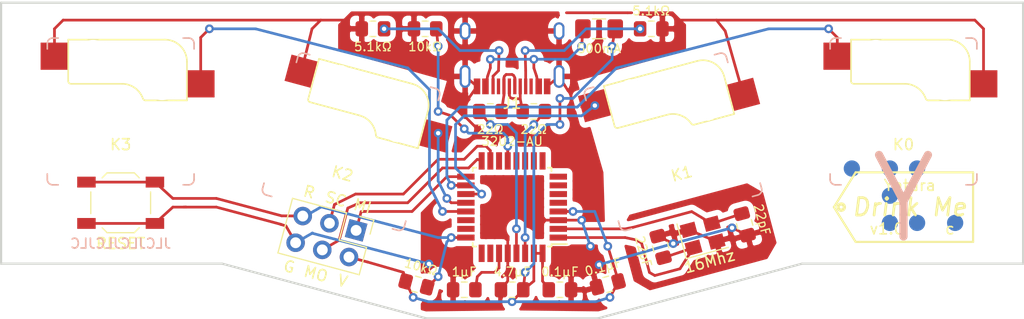
<source format=kicad_pcb>
(kicad_pcb (version 20171130) (host pcbnew 5.1.4+dfsg1-1)

  (general
    (thickness 1.6)
    (drawings 52)
    (tracks 252)
    (zones 0)
    (modules 22)
    (nets 37)
  )

  (page User 148.006 210.007)
  (title_block
    (title "Drink Me")
    (rev v1.0)
    (company Yatara)
  )

  (layers
    (0 F.Cu signal)
    (31 B.Cu signal)
    (32 B.Adhes user)
    (33 F.Adhes user)
    (34 B.Paste user)
    (35 F.Paste user)
    (36 B.SilkS user)
    (37 F.SilkS user)
    (38 B.Mask user)
    (39 F.Mask user)
    (40 Dwgs.User user hide)
    (41 Cmts.User user hide)
    (42 Eco1.User user hide)
    (43 Eco2.User user hide)
    (44 Edge.Cuts user)
    (45 Margin user)
    (46 B.CrtYd user)
    (47 F.CrtYd user)
    (48 B.Fab user)
    (49 F.Fab user)
  )

  (setup
    (last_trace_width 0.25)
    (trace_clearance 0.2)
    (zone_clearance 0.508)
    (zone_45_only no)
    (trace_min 0.2)
    (via_size 0.8)
    (via_drill 0.4)
    (via_min_size 0.4)
    (via_min_drill 0.3)
    (uvia_size 0.3)
    (uvia_drill 0.1)
    (uvias_allowed no)
    (uvia_min_size 0.2)
    (uvia_min_drill 0.1)
    (edge_width 0.15)
    (segment_width 0.2)
    (pcb_text_width 0.3)
    (pcb_text_size 1.5 1.5)
    (mod_edge_width 0.15)
    (mod_text_size 1 1)
    (mod_text_width 0.15)
    (pad_size 1.524 1.524)
    (pad_drill 0.762)
    (pad_to_mask_clearance 0.051)
    (solder_mask_min_width 0.25)
    (aux_axis_origin 0 0)
    (grid_origin 74 74)
    (visible_elements FFFFFF7F)
    (pcbplotparams
      (layerselection 0x010fc_ffffffff)
      (usegerberextensions true)
      (usegerberattributes false)
      (usegerberadvancedattributes false)
      (creategerberjobfile false)
      (excludeedgelayer true)
      (linewidth 0.100000)
      (plotframeref false)
      (viasonmask false)
      (mode 1)
      (useauxorigin false)
      (hpglpennumber 1)
      (hpglpenspeed 20)
      (hpglpendiameter 15.000000)
      (psnegative false)
      (psa4output false)
      (plotreference true)
      (plotvalue true)
      (plotinvisibletext false)
      (padsonsilk false)
      (subtractmaskfromsilk false)
      (outputformat 1)
      (mirror false)
      (drillshape 0)
      (scaleselection 1)
      (outputdirectory "gerber/"))
  )

  (net 0 "")
  (net 1 GND)
  (net 2 VCC)
  (net 3 "Net-(R2-Pad2)")
  (net 4 "Net-(R3-Pad1)")
  (net 5 "Net-(U1-Pad7)")
  (net 6 "Net-(U1-Pad8)")
  (net 7 "Net-(U1-Pad12)")
  (net 8 "Net-(U1-Pad22)")
  (net 9 "Net-(U1-Pad25)")
  (net 10 "Net-(U1-Pad26)")
  (net 11 D-)
  (net 12 D+)
  (net 13 KEY3)
  (net 14 KEY0)
  (net 15 KEY1)
  (net 16 KEY2)
  (net 17 "Net-(R4-Pad2)")
  (net 18 RST)
  (net 19 +5V)
  (net 20 "Net-(C2-Pad2)")
  (net 21 "Net-(U1-Pad5)")
  (net 22 "Net-(U1-Pad10)")
  (net 23 "Net-(U1-Pad11)")
  (net 24 "Net-(U1-Pad14)")
  (net 25 SCK)
  (net 26 MOSI)
  (net 27 MISO)
  (net 28 "Net-(U1-Pad23)")
  (net 29 "Net-(C8-Pad2)")
  (net 30 "Net-(U1-Pad6)")
  (net 31 "Net-(U1-Pad9)")
  (net 32 "Net-(C1-Pad2)")
  (net 33 "Net-(J1-Pad3)")
  (net 34 "Net-(J1-Pad10)")
  (net 35 "Net-(J1-Pad4)")
  (net 36 "Net-(J1-Pad9)")

  (net_class Default "This is the default net class."
    (clearance 0.2)
    (trace_width 0.25)
    (via_dia 0.8)
    (via_drill 0.4)
    (uvia_dia 0.3)
    (uvia_drill 0.1)
    (add_net +5V)
    (add_net D+)
    (add_net D-)
    (add_net GND)
    (add_net KEY0)
    (add_net KEY1)
    (add_net KEY2)
    (add_net KEY3)
    (add_net MISO)
    (add_net MOSI)
    (add_net "Net-(C1-Pad2)")
    (add_net "Net-(C2-Pad2)")
    (add_net "Net-(C8-Pad2)")
    (add_net "Net-(J1-Pad10)")
    (add_net "Net-(J1-Pad3)")
    (add_net "Net-(J1-Pad4)")
    (add_net "Net-(J1-Pad9)")
    (add_net "Net-(R2-Pad2)")
    (add_net "Net-(R3-Pad1)")
    (add_net "Net-(R4-Pad2)")
    (add_net "Net-(U1-Pad10)")
    (add_net "Net-(U1-Pad11)")
    (add_net "Net-(U1-Pad12)")
    (add_net "Net-(U1-Pad14)")
    (add_net "Net-(U1-Pad22)")
    (add_net "Net-(U1-Pad23)")
    (add_net "Net-(U1-Pad25)")
    (add_net "Net-(U1-Pad26)")
    (add_net "Net-(U1-Pad5)")
    (add_net "Net-(U1-Pad6)")
    (add_net "Net-(U1-Pad7)")
    (add_net "Net-(U1-Pad8)")
    (add_net "Net-(U1-Pad9)")
    (add_net RST)
    (add_net SCK)
    (add_net VCC)
  )

  (module Type-C:HRO-TYPE-C-31-M-12-Assembly (layer F.Cu) (tedit 5C42C666) (tstamp 5E66AEEA)
    (at 74 64 180)
    (path /5E66B04D)
    (attr smd)
    (fp_text reference J1 (at 0 -9.25) (layer F.SilkS)
      (effects (font (size 1 1) (thickness 0.15)))
    )
    (fp_text value HRO-TYPE-C-31-M-12 (at 0 1.15) (layer Dwgs.User) hide
      (effects (font (size 1 1) (thickness 0.15)))
    )
    (fp_line (start 3.75 -8.5) (end 3.75 -7.5) (layer F.CrtYd) (width 0.15))
    (fp_line (start -3.75 -8.5) (end 3.75 -8.5) (layer F.CrtYd) (width 0.15))
    (fp_line (start -3.75 -7.5) (end -3.75 -8.5) (layer F.CrtYd) (width 0.15))
    (fp_line (start -4.5 0) (end -4.5 -7.5) (layer F.CrtYd) (width 0.15))
    (fp_line (start 4.5 0) (end -4.5 0) (layer F.CrtYd) (width 0.15))
    (fp_line (start 4.5 -7.5) (end 4.5 0) (layer F.CrtYd) (width 0.15))
    (fp_line (start -4.5 -7.5) (end 4.5 -7.5) (layer F.CrtYd) (width 0.15))
    (fp_text user %R (at 0 -9.25) (layer F.Fab)
      (effects (font (size 1 1) (thickness 0.15)))
    )
    (fp_line (start -4.47 0) (end 4.47 0) (layer Dwgs.User) (width 0.15))
    (fp_line (start -4.47 0) (end -4.47 -7.3) (layer Dwgs.User) (width 0.15))
    (fp_line (start 4.47 0) (end 4.47 -7.3) (layer Dwgs.User) (width 0.15))
    (fp_line (start -4.47 -7.3) (end 4.47 -7.3) (layer Dwgs.User) (width 0.15))
    (pad 12 smd rect (at 3.225 -7.695 180) (size 0.6 1.45) (layers F.Cu F.Paste F.Mask)
      (net 1 GND))
    (pad 1 smd rect (at -3.225 -7.695 180) (size 0.6 1.45) (layers F.Cu F.Paste F.Mask)
      (net 1 GND))
    (pad 11 smd rect (at 2.45 -7.695 180) (size 0.6 1.45) (layers F.Cu F.Paste F.Mask)
      (net 2 VCC))
    (pad 2 smd rect (at -2.45 -7.695 180) (size 0.6 1.45) (layers F.Cu F.Paste F.Mask)
      (net 2 VCC))
    (pad 3 smd rect (at -1.75 -7.695 180) (size 0.3 1.45) (layers F.Cu F.Paste F.Mask)
      (net 33 "Net-(J1-Pad3)"))
    (pad 10 smd rect (at 1.75 -7.695 180) (size 0.3 1.45) (layers F.Cu F.Paste F.Mask)
      (net 34 "Net-(J1-Pad10)"))
    (pad 4 smd rect (at -1.25 -7.695 180) (size 0.3 1.45) (layers F.Cu F.Paste F.Mask)
      (net 35 "Net-(J1-Pad4)"))
    (pad 9 smd rect (at 1.25 -7.695 180) (size 0.3 1.45) (layers F.Cu F.Paste F.Mask)
      (net 36 "Net-(J1-Pad9)"))
    (pad 5 smd rect (at -0.75 -7.695 180) (size 0.3 1.45) (layers F.Cu F.Paste F.Mask)
      (net 11 D-))
    (pad 8 smd rect (at 0.75 -7.695 180) (size 0.3 1.45) (layers F.Cu F.Paste F.Mask)
      (net 12 D+))
    (pad 7 smd rect (at 0.25 -7.695 180) (size 0.3 1.45) (layers F.Cu F.Paste F.Mask)
      (net 11 D-))
    (pad 6 smd rect (at -0.25 -7.695 180) (size 0.3 1.45) (layers F.Cu F.Paste F.Mask)
      (net 12 D+))
    (pad "" np_thru_hole circle (at 2.89 -6.25 180) (size 0.65 0.65) (drill 0.65) (layers *.Cu *.Mask))
    (pad "" np_thru_hole circle (at -2.89 -6.25 180) (size 0.65 0.65) (drill 0.65) (layers *.Cu *.Mask))
    (pad 13 thru_hole oval (at -4.32 -6.78 180) (size 1 2.1) (drill oval 0.6 1.7) (layers *.Cu *.Mask)
      (net 1 GND))
    (pad 13 thru_hole oval (at 4.32 -6.78 180) (size 1 2.1) (drill oval 0.6 1.7) (layers *.Cu *.Mask)
      (net 1 GND))
    (pad 13 thru_hole oval (at -4.32 -2.6 180) (size 1 1.6) (drill oval 0.6 1.2) (layers *.Cu *.Mask)
      (net 1 GND))
    (pad 13 thru_hole oval (at 4.32 -2.6 180) (size 1 1.6) (drill oval 0.6 1.2) (layers *.Cu *.Mask)
      (net 1 GND))
  )

  (module Resistor_SMD:R_0805_2012Metric_Pad1.15x1.40mm_HandSolder (layer F.Cu) (tedit 5B36C52B) (tstamp 5E35FD49)
    (at 61.2 66.4)
    (descr "Resistor SMD 0805 (2012 Metric), square (rectangular) end terminal, IPC_7351 nominal with elongated pad for handsoldering. (Body size source: https://docs.google.com/spreadsheets/d/1BsfQQcO9C6DZCsRaXUlFlo91Tg2WpOkGARC1WS5S8t0/edit?usp=sharing), generated with kicad-footprint-generator")
    (tags "resistor handsolder")
    (path /5E39606A)
    (attr smd)
    (fp_text reference R6 (at 0 -1.65) (layer F.Fab)
      (effects (font (size 1 1) (thickness 0.15)))
    )
    (fp_text value 5.1kΩ (at 0 1.65) (layer F.SilkS)
      (effects (font (size 0.8 0.8) (thickness 0.12)))
    )
    (fp_text user %R (at 0 0) (layer F.Fab)
      (effects (font (size 0.5 0.5) (thickness 0.08)))
    )
    (fp_line (start 1.85 0.95) (end -1.85 0.95) (layer F.CrtYd) (width 0.05))
    (fp_line (start 1.85 -0.95) (end 1.85 0.95) (layer F.CrtYd) (width 0.05))
    (fp_line (start -1.85 -0.95) (end 1.85 -0.95) (layer F.CrtYd) (width 0.05))
    (fp_line (start -1.85 0.95) (end -1.85 -0.95) (layer F.CrtYd) (width 0.05))
    (fp_line (start -0.261252 0.71) (end 0.261252 0.71) (layer F.SilkS) (width 0.12))
    (fp_line (start -0.261252 -0.71) (end 0.261252 -0.71) (layer F.SilkS) (width 0.12))
    (fp_line (start 1 0.6) (end -1 0.6) (layer F.Fab) (width 0.1))
    (fp_line (start 1 -0.6) (end 1 0.6) (layer F.Fab) (width 0.1))
    (fp_line (start -1 -0.6) (end 1 -0.6) (layer F.Fab) (width 0.1))
    (fp_line (start -1 0.6) (end -1 -0.6) (layer F.Fab) (width 0.1))
    (pad 2 smd roundrect (at 1.025 0) (size 1.15 1.4) (layers F.Cu F.Paste F.Mask) (roundrect_rratio 0.217391)
      (net 34 "Net-(J1-Pad10)"))
    (pad 1 smd roundrect (at -1.025 0) (size 1.15 1.4) (layers F.Cu F.Paste F.Mask) (roundrect_rratio 0.217391)
      (net 1 GND))
    (model ${KISYS3DMOD}/Resistor_SMD.3dshapes/R_0805_2012Metric.wrl
      (at (xyz 0 0 0))
      (scale (xyz 1 1 1))
      (rotate (xyz 0 0 0))
    )
  )

  (module Resistor_SMD:R_0805_2012Metric_Pad1.15x1.40mm_HandSolder (layer F.Cu) (tedit 5B36C52B) (tstamp 5E35FD38)
    (at 86.8 66.4 180)
    (descr "Resistor SMD 0805 (2012 Metric), square (rectangular) end terminal, IPC_7351 nominal with elongated pad for handsoldering. (Body size source: https://docs.google.com/spreadsheets/d/1BsfQQcO9C6DZCsRaXUlFlo91Tg2WpOkGARC1WS5S8t0/edit?usp=sharing), generated with kicad-footprint-generator")
    (tags "resistor handsolder")
    (path /5E39EF42)
    (attr smd)
    (fp_text reference R5 (at 0 -1.65) (layer F.Fab)
      (effects (font (size 1 1) (thickness 0.15)))
    )
    (fp_text value 5.1kΩ (at 0 1.65) (layer F.SilkS)
      (effects (font (size 0.8 0.8) (thickness 0.12)))
    )
    (fp_text user %R (at 0 0) (layer F.Fab)
      (effects (font (size 0.5 0.5) (thickness 0.08)))
    )
    (fp_line (start 1.85 0.95) (end -1.85 0.95) (layer F.CrtYd) (width 0.05))
    (fp_line (start 1.85 -0.95) (end 1.85 0.95) (layer F.CrtYd) (width 0.05))
    (fp_line (start -1.85 -0.95) (end 1.85 -0.95) (layer F.CrtYd) (width 0.05))
    (fp_line (start -1.85 0.95) (end -1.85 -0.95) (layer F.CrtYd) (width 0.05))
    (fp_line (start -0.261252 0.71) (end 0.261252 0.71) (layer F.SilkS) (width 0.12))
    (fp_line (start -0.261252 -0.71) (end 0.261252 -0.71) (layer F.SilkS) (width 0.12))
    (fp_line (start 1 0.6) (end -1 0.6) (layer F.Fab) (width 0.1))
    (fp_line (start 1 -0.6) (end 1 0.6) (layer F.Fab) (width 0.1))
    (fp_line (start -1 -0.6) (end 1 -0.6) (layer F.Fab) (width 0.1))
    (fp_line (start -1 0.6) (end -1 -0.6) (layer F.Fab) (width 0.1))
    (pad 2 smd roundrect (at 1.025 0 180) (size 1.15 1.4) (layers F.Cu F.Paste F.Mask) (roundrect_rratio 0.217391)
      (net 35 "Net-(J1-Pad4)"))
    (pad 1 smd roundrect (at -1.025 0 180) (size 1.15 1.4) (layers F.Cu F.Paste F.Mask) (roundrect_rratio 0.217391)
      (net 1 GND))
    (model ${KISYS3DMOD}/Resistor_SMD.3dshapes/R_0805_2012Metric.wrl
      (at (xyz 0 0 0))
      (scale (xyz 1 1 1))
      (rotate (xyz 0 0 0))
    )
  )

  (module Crystal:Crystal_SMD_3225-4Pin_3.2x2.5mm (layer F.Cu) (tedit 5A0FD1B2) (tstamp 5E3083A4)
    (at 91.52637 85.426472 15)
    (descr "SMD Crystal SERIES SMD3225/4 http://www.txccrystal.com/images/pdf/7m-accuracy.pdf, 3.2x2.5mm^2 package")
    (tags "SMD SMT crystal")
    (path /5E132771)
    (attr smd)
    (fp_text reference Y1 (at 0 -2.45 15) (layer F.Fab)
      (effects (font (size 1 1) (thickness 0.15)))
    )
    (fp_text value 16Mhz (at 0 2.45 15) (layer F.SilkS)
      (effects (font (size 1 1) (thickness 0.15)))
    )
    (fp_line (start 2.1 -1.7) (end -2.1 -1.7) (layer F.CrtYd) (width 0.05))
    (fp_line (start 2.1 1.7) (end 2.1 -1.7) (layer F.CrtYd) (width 0.05))
    (fp_line (start -2.1 1.7) (end 2.1 1.7) (layer F.CrtYd) (width 0.05))
    (fp_line (start -2.1 -1.7) (end -2.1 1.7) (layer F.CrtYd) (width 0.05))
    (fp_line (start -2 1.65) (end 2 1.65) (layer F.SilkS) (width 0.12))
    (fp_line (start -2 -1.65) (end -2 1.65) (layer F.SilkS) (width 0.12))
    (fp_line (start -1.6 0.25) (end -0.6 1.25) (layer F.Fab) (width 0.1))
    (fp_line (start 1.6 -1.25) (end -1.6 -1.25) (layer F.Fab) (width 0.1))
    (fp_line (start 1.6 1.25) (end 1.6 -1.25) (layer F.Fab) (width 0.1))
    (fp_line (start -1.6 1.25) (end 1.6 1.25) (layer F.Fab) (width 0.1))
    (fp_line (start -1.6 -1.25) (end -1.6 1.25) (layer F.Fab) (width 0.1))
    (fp_text user %R (at 0 0 15) (layer F.Fab)
      (effects (font (size 0.7 0.7) (thickness 0.105)))
    )
    (pad 4 smd rect (at -1.1 -0.85 15) (size 1.4 1.2) (layers F.Cu F.Paste F.Mask)
      (net 1 GND))
    (pad 3 smd rect (at 1.1 -0.85 15) (size 1.4 1.2) (layers F.Cu F.Paste F.Mask)
      (net 20 "Net-(C2-Pad2)"))
    (pad 2 smd rect (at 1.1 0.85 15) (size 1.4 1.2) (layers F.Cu F.Paste F.Mask)
      (net 1 GND))
    (pad 1 smd rect (at -1.1 0.85 15) (size 1.4 1.2) (layers F.Cu F.Paste F.Mask)
      (net 32 "Net-(C1-Pad2)"))
    (model ${KISYS3DMOD}/Crystal.3dshapes/Crystal_SMD_3225-4Pin_3.2x2.5mm.wrl
      (at (xyz 0 0 0))
      (scale (xyz 1 1 1))
      (rotate (xyz 0 0 0))
    )
  )

  (module Connector_PinHeader_2.54mm:PinHeader_2x03_P2.54mm_Vertical (layer F.Cu) (tedit 59FED5CC) (tstamp 5E23779D)
    (at 59.654307 84.937387 255)
    (descr "Through hole straight pin header, 2x03, 2.54mm pitch, double rows")
    (tags "Through hole pin header THT 2x03 2.54mm double row")
    (path /5E128D0E)
    (fp_text reference J0 (at 1.27 -2.33 255) (layer F.Fab)
      (effects (font (size 1 1) (thickness 0.15)))
    )
    (fp_text value AVR-ISP-6 (at 1.27 7.41 255) (layer F.Fab) hide
      (effects (font (size 1 1) (thickness 0.15)))
    )
    (fp_text user %R (at 1.27 2.54 345) (layer F.Fab)
      (effects (font (size 1 1) (thickness 0.15)))
    )
    (fp_line (start 4.35 -1.8) (end -1.8 -1.8) (layer F.CrtYd) (width 0.05))
    (fp_line (start 4.35 6.85) (end 4.35 -1.8) (layer F.CrtYd) (width 0.05))
    (fp_line (start -1.8 6.85) (end 4.35 6.85) (layer F.CrtYd) (width 0.05))
    (fp_line (start -1.8 -1.8) (end -1.8 6.85) (layer F.CrtYd) (width 0.05))
    (fp_line (start -1.33 -1.33) (end 0 -1.33) (layer F.SilkS) (width 0.12))
    (fp_line (start -1.33 0) (end -1.33 -1.33) (layer F.SilkS) (width 0.12))
    (fp_line (start 1.27 -1.33) (end 3.87 -1.33) (layer F.SilkS) (width 0.12))
    (fp_line (start 1.27 1.27) (end 1.27 -1.33) (layer F.SilkS) (width 0.12))
    (fp_line (start -1.33 1.27) (end 1.27 1.27) (layer F.SilkS) (width 0.12))
    (fp_line (start 3.87 -1.33) (end 3.87 6.41) (layer F.SilkS) (width 0.12))
    (fp_line (start -1.33 1.27) (end -1.33 6.41) (layer F.SilkS) (width 0.12))
    (fp_line (start -1.33 6.41) (end 3.87 6.41) (layer F.SilkS) (width 0.12))
    (fp_line (start -1.27 0) (end 0 -1.27) (layer F.Fab) (width 0.1))
    (fp_line (start -1.27 6.35) (end -1.27 0) (layer F.Fab) (width 0.1))
    (fp_line (start 3.81 6.35) (end -1.27 6.35) (layer F.Fab) (width 0.1))
    (fp_line (start 3.81 -1.27) (end 3.81 6.35) (layer F.Fab) (width 0.1))
    (fp_line (start 0 -1.27) (end 3.81 -1.27) (layer F.Fab) (width 0.1))
    (pad 6 thru_hole oval (at 2.54 5.08 255) (size 1.7 1.7) (drill 1) (layers *.Cu *.Mask)
      (net 1 GND))
    (pad 5 thru_hole oval (at 0 5.08 255) (size 1.7 1.7) (drill 1) (layers *.Cu *.Mask)
      (net 18 RST))
    (pad 4 thru_hole oval (at 2.54 2.54 255) (size 1.7 1.7) (drill 1) (layers *.Cu *.Mask)
      (net 26 MOSI))
    (pad 3 thru_hole oval (at 0 2.54 255) (size 1.7 1.7) (drill 1) (layers *.Cu *.Mask)
      (net 25 SCK))
    (pad 2 thru_hole oval (at 2.54 0 255) (size 1.7 1.7) (drill 1) (layers *.Cu *.Mask)
      (net 19 +5V))
    (pad 1 thru_hole rect (at 0 0 255) (size 1.7 1.7) (drill 1) (layers *.Cu *.Mask)
      (net 27 MISO))
    (model ${KISYS3DMOD}/Connector_PinHeader_2.54mm.3dshapes/PinHeader_2x03_P2.54mm_Vertical.wrl
      (at (xyz 0 0 0))
      (scale (xyz 1 1 1))
      (rotate (xyz 0 0 0))
    )
  )

  (module Button_Switch_SMD:SW_SPST_TL3342 (layer F.Cu) (tedit 5E15B31B) (tstamp 5E1C2960)
    (at 38 82.4)
    (descr "Low-profile SMD Tactile Switch, https://www.e-switch.com/system/asset/product_line/data_sheet/165/TL3342.pdf")
    (tags "SPST Tactile Switch")
    (path /5C1541E4)
    (attr smd)
    (fp_text reference SW1 (at 0 -3.75) (layer F.SilkS) hide
      (effects (font (size 1 1) (thickness 0.15)))
    )
    (fp_text value RESET (at 0 3.75) (layer F.Fab) hide
      (effects (font (size 1 1) (thickness 0.15)))
    )
    (fp_circle (center 0 0) (end 1 0) (layer F.Fab) (width 0.1))
    (fp_line (start -4.25 3) (end -4.25 -3) (layer F.CrtYd) (width 0.05))
    (fp_line (start 4.25 3) (end -4.25 3) (layer F.CrtYd) (width 0.05))
    (fp_line (start 4.25 -3) (end 4.25 3) (layer F.CrtYd) (width 0.05))
    (fp_line (start -4.25 -3) (end 4.25 -3) (layer F.CrtYd) (width 0.05))
    (fp_line (start -1.2 -2.6) (end -2.6 -1.2) (layer F.Fab) (width 0.1))
    (fp_line (start 1.2 -2.6) (end -1.2 -2.6) (layer F.Fab) (width 0.1))
    (fp_line (start 2.6 -1.2) (end 1.2 -2.6) (layer F.Fab) (width 0.1))
    (fp_line (start 2.6 1.2) (end 2.6 -1.2) (layer F.Fab) (width 0.1))
    (fp_line (start 1.2 2.6) (end 2.6 1.2) (layer F.Fab) (width 0.1))
    (fp_line (start -1.2 2.6) (end 1.2 2.6) (layer F.Fab) (width 0.1))
    (fp_line (start -2.6 1.2) (end -1.2 2.6) (layer F.Fab) (width 0.1))
    (fp_line (start -2.6 -1.2) (end -2.6 1.2) (layer F.Fab) (width 0.1))
    (fp_line (start -1.25 -2.75) (end 1.25 -2.75) (layer F.SilkS) (width 0.12))
    (fp_line (start -2.75 -1) (end -2.75 1) (layer F.SilkS) (width 0.12))
    (fp_line (start -1.25 2.75) (end 1.25 2.75) (layer F.SilkS) (width 0.12))
    (fp_line (start 2.75 -1) (end 2.75 1) (layer F.SilkS) (width 0.12))
    (fp_line (start -2 1) (end -2 -1) (layer F.Fab) (width 0.1))
    (fp_line (start -1 2) (end -2 1) (layer F.Fab) (width 0.1))
    (fp_line (start 1 2) (end -1 2) (layer F.Fab) (width 0.1))
    (fp_line (start 2 1) (end 1 2) (layer F.Fab) (width 0.1))
    (fp_line (start 2 -1) (end 2 1) (layer F.Fab) (width 0.1))
    (fp_line (start 1 -2) (end 2 -1) (layer F.Fab) (width 0.1))
    (fp_line (start -1 -2) (end 1 -2) (layer F.Fab) (width 0.1))
    (fp_line (start -2 -1) (end -1 -2) (layer F.Fab) (width 0.1))
    (fp_line (start -1.7 -2.3) (end -1.25 -2.75) (layer F.SilkS) (width 0.12))
    (fp_line (start 1.7 -2.3) (end 1.25 -2.75) (layer F.SilkS) (width 0.12))
    (fp_line (start 1.7 2.3) (end 1.25 2.75) (layer F.SilkS) (width 0.12))
    (fp_line (start -1.7 2.3) (end -1.25 2.75) (layer F.SilkS) (width 0.12))
    (fp_line (start 3.2 1.6) (end 2.2 1.6) (layer F.Fab) (width 0.1))
    (fp_line (start 2.7 2.1) (end 2.7 1.6) (layer F.Fab) (width 0.1))
    (fp_line (start 1.7 2.1) (end 3.2 2.1) (layer F.Fab) (width 0.1))
    (fp_line (start -1.7 2.1) (end -3.2 2.1) (layer F.Fab) (width 0.1))
    (fp_line (start -3.2 1.6) (end -2.2 1.6) (layer F.Fab) (width 0.1))
    (fp_line (start -2.7 2.1) (end -2.7 1.6) (layer F.Fab) (width 0.1))
    (fp_line (start -3.2 -1.6) (end -2.2 -1.6) (layer F.Fab) (width 0.1))
    (fp_line (start -1.7 -2.1) (end -3.2 -2.1) (layer F.Fab) (width 0.1))
    (fp_line (start -2.7 -2.1) (end -2.7 -1.6) (layer F.Fab) (width 0.1))
    (fp_line (start 3.2 -1.6) (end 2.2 -1.6) (layer F.Fab) (width 0.1))
    (fp_line (start 1.7 -2.1) (end 3.2 -2.1) (layer F.Fab) (width 0.1))
    (fp_line (start 2.7 -2.1) (end 2.7 -1.6) (layer F.Fab) (width 0.1))
    (fp_line (start -3.2 -2.1) (end -3.2 -1.6) (layer F.Fab) (width 0.1))
    (fp_line (start -3.2 2.1) (end -3.2 1.6) (layer F.Fab) (width 0.1))
    (fp_line (start 3.2 -2.1) (end 3.2 -1.6) (layer F.Fab) (width 0.1))
    (fp_line (start 3.2 2.1) (end 3.2 1.6) (layer F.Fab) (width 0.1))
    (fp_text user RESET (at 0 3.75) (layer F.SilkS)
      (effects (font (size 1 1) (thickness 0.15)))
    )
    (pad 2 smd rect (at 3.15 1.9) (size 1.7 1) (layers F.Cu F.Paste F.Mask)
      (net 1 GND))
    (pad 2 smd rect (at -3.15 1.9) (size 1.7 1) (layers F.Cu F.Paste F.Mask)
      (net 1 GND))
    (pad 1 smd rect (at 3.15 -1.9) (size 1.7 1) (layers F.Cu F.Paste F.Mask)
      (net 18 RST))
    (pad 1 smd rect (at -3.15 -1.9) (size 1.7 1) (layers F.Cu F.Paste F.Mask)
      (net 18 RST))
    (model ${KISYS3DMOD}/Button_Switch_SMD.3dshapes/SW_SPST_TL3342.wrl
      (at (xyz 0 0 0))
      (scale (xyz 1 1 1))
      (rotate (xyz 0 0 0))
    )
  )

  (module Resistor_SMD:R_0805_2012Metric_Pad1.15x1.40mm_HandSolder (layer F.Cu) (tedit 5B36C52B) (tstamp 5E1C2908)
    (at 66 66.4)
    (descr "Resistor SMD 0805 (2012 Metric), square (rectangular) end terminal, IPC_7351 nominal with elongated pad for handsoldering. (Body size source: https://docs.google.com/spreadsheets/d/1BsfQQcO9C6DZCsRaXUlFlo91Tg2WpOkGARC1WS5S8t0/edit?usp=sharing), generated with kicad-footprint-generator")
    (tags "resistor handsolder")
    (path /5C1585B2)
    (attr smd)
    (fp_text reference R2 (at 0 -1.65 180) (layer F.Fab)
      (effects (font (size 1 1) (thickness 0.15)))
    )
    (fp_text value 10kΩ (at 0 1.65 180) (layer F.SilkS)
      (effects (font (size 0.8 0.8) (thickness 0.12)))
    )
    (fp_text user %R (at 0 0 180) (layer F.Fab)
      (effects (font (size 0.5 0.5) (thickness 0.08)))
    )
    (fp_line (start 1.85 0.95) (end -1.85 0.95) (layer F.CrtYd) (width 0.05))
    (fp_line (start 1.85 -0.95) (end 1.85 0.95) (layer F.CrtYd) (width 0.05))
    (fp_line (start -1.85 -0.95) (end 1.85 -0.95) (layer F.CrtYd) (width 0.05))
    (fp_line (start -1.85 0.95) (end -1.85 -0.95) (layer F.CrtYd) (width 0.05))
    (fp_line (start -0.261252 0.71) (end 0.261252 0.71) (layer F.SilkS) (width 0.12))
    (fp_line (start -0.261252 -0.71) (end 0.261252 -0.71) (layer F.SilkS) (width 0.12))
    (fp_line (start 1 0.6) (end -1 0.6) (layer F.Fab) (width 0.1))
    (fp_line (start 1 -0.6) (end 1 0.6) (layer F.Fab) (width 0.1))
    (fp_line (start -1 -0.6) (end 1 -0.6) (layer F.Fab) (width 0.1))
    (fp_line (start -1 0.6) (end -1 -0.6) (layer F.Fab) (width 0.1))
    (pad 2 smd roundrect (at 1.025 0) (size 1.15 1.4) (layers F.Cu F.Paste F.Mask) (roundrect_rratio 0.217391)
      (net 3 "Net-(R2-Pad2)"))
    (pad 1 smd roundrect (at -1.025 0) (size 1.15 1.4) (layers F.Cu F.Paste F.Mask) (roundrect_rratio 0.217391)
      (net 1 GND))
    (model ${KISYS3DMOD}/Resistor_SMD.3dshapes/R_0805_2012Metric.wrl
      (at (xyz 0 0 0))
      (scale (xyz 1 1 1))
      (rotate (xyz 0 0 0))
    )
  )

  (module Package_QFP:TQFP-32_7x7mm_P0.8mm (layer F.Cu) (tedit 5E15A800) (tstamp 5E2941CD)
    (at 74 82.8 180)
    (descr "32-Lead Plastic Thin Quad Flatpack (PT) - 7x7x1.0 mm Body, 2.00 mm [TQFP] (see Microchip Packaging Specification 00000049BS.pdf)")
    (tags "QFP 0.8")
    (path /5E168047)
    (attr smd)
    (fp_text reference U1 (at 0 -6.05 180) (layer F.Fab)
      (effects (font (size 1 1) (thickness 0.15)))
    )
    (fp_text value 32U2-AU (at 0 6.05 180) (layer F.SilkS)
      (effects (font (size 0.8 0.8) (thickness 0.12)))
    )
    (fp_text user %R (at 0 0 180) (layer F.Fab) hide
      (effects (font (size 1 1) (thickness 0.15)))
    )
    (fp_line (start -2.5 -3.5) (end 3.5 -3.5) (layer F.Fab) (width 0.15))
    (fp_line (start 3.5 -3.5) (end 3.5 3.5) (layer F.Fab) (width 0.15))
    (fp_line (start 3.5 3.5) (end -3.5 3.5) (layer F.Fab) (width 0.15))
    (fp_line (start -3.5 3.5) (end -3.5 -2.5) (layer F.Fab) (width 0.15))
    (fp_line (start -3.5 -2.5) (end -2.5 -3.5) (layer F.Fab) (width 0.15))
    (fp_line (start -5.3 -5.3) (end -5.3 5.3) (layer F.CrtYd) (width 0.05))
    (fp_line (start 5.3 -5.3) (end 5.3 5.3) (layer F.CrtYd) (width 0.05))
    (fp_line (start -5.3 -5.3) (end 5.3 -5.3) (layer F.CrtYd) (width 0.05))
    (fp_line (start -5.3 5.3) (end 5.3 5.3) (layer F.CrtYd) (width 0.05))
    (fp_line (start -3.625 -3.625) (end -3.625 -3.4) (layer F.SilkS) (width 0.15))
    (fp_line (start 3.625 -3.625) (end 3.625 -3.3) (layer F.SilkS) (width 0.15))
    (fp_line (start 3.625 3.625) (end 3.625 3.3) (layer F.SilkS) (width 0.15))
    (fp_line (start -3.625 3.625) (end -3.625 3.3) (layer F.SilkS) (width 0.15))
    (fp_line (start -3.625 -3.625) (end -3.3 -3.625) (layer F.SilkS) (width 0.15))
    (fp_line (start -3.625 3.625) (end -3.3 3.625) (layer F.SilkS) (width 0.15))
    (fp_line (start 3.625 3.625) (end 3.3 3.625) (layer F.SilkS) (width 0.15))
    (fp_line (start 3.625 -3.625) (end 3.3 -3.625) (layer F.SilkS) (width 0.15))
    (fp_line (start -3.625 -3.4) (end -5.05 -3.4) (layer F.SilkS) (width 0.15))
    (pad 1 smd rect (at -4.25 -2.8 180) (size 1.6 0.55) (layers F.Cu F.Paste F.Mask)
      (net 32 "Net-(C1-Pad2)"))
    (pad 2 smd rect (at -4.25 -2 180) (size 1.6 0.55) (layers F.Cu F.Paste F.Mask)
      (net 20 "Net-(C2-Pad2)"))
    (pad 3 smd rect (at -4.25 -1.2 180) (size 1.6 0.55) (layers F.Cu F.Paste F.Mask)
      (net 1 GND))
    (pad 4 smd rect (at -4.25 -0.4 180) (size 1.6 0.55) (layers F.Cu F.Paste F.Mask)
      (net 19 +5V))
    (pad 5 smd rect (at -4.25 0.4 180) (size 1.6 0.55) (layers F.Cu F.Paste F.Mask)
      (net 21 "Net-(U1-Pad5)"))
    (pad 6 smd rect (at -4.25 1.2 180) (size 1.6 0.55) (layers F.Cu F.Paste F.Mask)
      (net 30 "Net-(U1-Pad6)"))
    (pad 7 smd rect (at -4.25 2 180) (size 1.6 0.55) (layers F.Cu F.Paste F.Mask)
      (net 5 "Net-(U1-Pad7)"))
    (pad 8 smd rect (at -4.25 2.8 180) (size 1.6 0.55) (layers F.Cu F.Paste F.Mask)
      (net 6 "Net-(U1-Pad8)"))
    (pad 9 smd rect (at -2.8 4.25 270) (size 1.6 0.55) (layers F.Cu F.Paste F.Mask)
      (net 31 "Net-(U1-Pad9)"))
    (pad 10 smd rect (at -2 4.25 270) (size 1.6 0.55) (layers F.Cu F.Paste F.Mask)
      (net 22 "Net-(U1-Pad10)"))
    (pad 11 smd rect (at -1.2 4.25 270) (size 1.6 0.55) (layers F.Cu F.Paste F.Mask)
      (net 23 "Net-(U1-Pad11)"))
    (pad 12 smd rect (at -0.4 4.25 270) (size 1.6 0.55) (layers F.Cu F.Paste F.Mask)
      (net 7 "Net-(U1-Pad12)"))
    (pad 13 smd rect (at 0.4 4.25 270) (size 1.6 0.55) (layers F.Cu F.Paste F.Mask)
      (net 3 "Net-(R2-Pad2)"))
    (pad 14 smd rect (at 1.2 4.25 270) (size 1.6 0.55) (layers F.Cu F.Paste F.Mask)
      (net 24 "Net-(U1-Pad14)"))
    (pad 15 smd rect (at 2 4.25 270) (size 1.6 0.55) (layers F.Cu F.Paste F.Mask)
      (net 25 SCK))
    (pad 16 smd rect (at 2.8 4.25 270) (size 1.6 0.55) (layers F.Cu F.Paste F.Mask)
      (net 26 MOSI))
    (pad 17 smd rect (at 4.25 2.8 180) (size 1.6 0.55) (layers F.Cu F.Paste F.Mask)
      (net 27 MISO))
    (pad 18 smd rect (at 4.25 2 180) (size 1.6 0.55) (layers F.Cu F.Paste F.Mask)
      (net 14 KEY0))
    (pad 19 smd rect (at 4.25 1.2 180) (size 1.6 0.55) (layers F.Cu F.Paste F.Mask)
      (net 15 KEY1))
    (pad 20 smd rect (at 4.25 0.4 180) (size 1.6 0.55) (layers F.Cu F.Paste F.Mask)
      (net 16 KEY2))
    (pad 21 smd rect (at 4.25 -0.4 180) (size 1.6 0.55) (layers F.Cu F.Paste F.Mask)
      (net 13 KEY3))
    (pad 22 smd rect (at 4.25 -1.2 180) (size 1.6 0.55) (layers F.Cu F.Paste F.Mask)
      (net 8 "Net-(U1-Pad22)"))
    (pad 23 smd rect (at 4.25 -2 180) (size 1.6 0.55) (layers F.Cu F.Paste F.Mask)
      (net 28 "Net-(U1-Pad23)"))
    (pad 24 smd rect (at 4.25 -2.8 180) (size 1.6 0.55) (layers F.Cu F.Paste F.Mask)
      (net 18 RST))
    (pad 25 smd rect (at 2.8 -4.25 270) (size 1.6 0.55) (layers F.Cu F.Paste F.Mask)
      (net 9 "Net-(U1-Pad25)"))
    (pad 26 smd rect (at 2 -4.25 270) (size 1.6 0.55) (layers F.Cu F.Paste F.Mask)
      (net 10 "Net-(U1-Pad26)"))
    (pad 27 smd rect (at 1.2 -4.25 270) (size 1.6 0.55) (layers F.Cu F.Paste F.Mask)
      (net 29 "Net-(C8-Pad2)"))
    (pad 28 smd rect (at 0.4 -4.25 270) (size 1.6 0.55) (layers F.Cu F.Paste F.Mask)
      (net 1 GND))
    (pad 29 smd rect (at -0.4 -4.25 270) (size 1.6 0.55) (layers F.Cu F.Paste F.Mask)
      (net 4 "Net-(R3-Pad1)"))
    (pad 30 smd rect (at -1.2 -4.25 270) (size 1.6 0.55) (layers F.Cu F.Paste F.Mask)
      (net 17 "Net-(R4-Pad2)"))
    (pad 31 smd rect (at -2 -4.25 270) (size 1.6 0.55) (layers F.Cu F.Paste F.Mask)
      (net 19 +5V))
    (pad 32 smd rect (at -2.8 -4.25 270) (size 1.6 0.55) (layers F.Cu F.Paste F.Mask)
      (net 19 +5V))
    (model ${KISYS3DMOD}/Package_QFP.3dshapes/TQFP-32_7x7mm_P0.8mm.wrl
      (at (xyz 0 0 0))
      (scale (xyz 1 1 1))
      (rotate (xyz 0 0 0))
    )
  )

  (module Fuse:Fuse_1206_3216Metric_Pad1.42x1.75mm_HandSolder (layer F.Cu) (tedit 5E15B398) (tstamp 5E360CB4)
    (at 82 66.4 180)
    (descr "Fuse SMD 1206 (3216 Metric), square (rectangular) end terminal, IPC_7351 nominal with elongated pad for handsoldering. (Body size source: http://www.tortai-tech.com/upload/download/2011102023233369053.pdf), generated with kicad-footprint-generator")
    (tags "resistor handsolder")
    (path /5E2FBE72)
    (attr smd)
    (fp_text reference F1 (at 0 -1.82) (layer F.Fab)
      (effects (font (size 1 1) (thickness 0.15)))
    )
    (fp_text value 500mA (at 0 -1.82) (layer F.SilkS)
      (effects (font (size 0.8 0.8) (thickness 0.12)))
    )
    (fp_line (start -1.6 0.8) (end -1.6 -0.8) (layer F.Fab) (width 0.1))
    (fp_line (start -1.6 -0.8) (end 1.6 -0.8) (layer F.Fab) (width 0.1))
    (fp_line (start 1.6 -0.8) (end 1.6 0.8) (layer F.Fab) (width 0.1))
    (fp_line (start 1.6 0.8) (end -1.6 0.8) (layer F.Fab) (width 0.1))
    (fp_line (start -0.602064 -0.91) (end 0.602064 -0.91) (layer F.SilkS) (width 0.12))
    (fp_line (start -0.602064 0.91) (end 0.602064 0.91) (layer F.SilkS) (width 0.12))
    (fp_line (start -2.45 1.12) (end -2.45 -1.12) (layer F.CrtYd) (width 0.05))
    (fp_line (start -2.45 -1.12) (end 2.45 -1.12) (layer F.CrtYd) (width 0.05))
    (fp_line (start 2.45 -1.12) (end 2.45 1.12) (layer F.CrtYd) (width 0.05))
    (fp_line (start 2.45 1.12) (end -2.45 1.12) (layer F.CrtYd) (width 0.05))
    (fp_text user %R (at 0 0) (layer F.Fab)
      (effects (font (size 0.8 0.8) (thickness 0.12)))
    )
    (pad 1 smd roundrect (at -1.4875 0 180) (size 1.425 1.75) (layers F.Cu F.Paste F.Mask) (roundrect_rratio 0.175439)
      (net 19 +5V))
    (pad 2 smd roundrect (at 1.4875 0 180) (size 1.425 1.75) (layers F.Cu F.Paste F.Mask) (roundrect_rratio 0.175439)
      (net 2 VCC))
    (model ${KISYS3DMOD}/Fuse.3dshapes/Fuse_1206_3216Metric.wrl
      (at (xyz 0 0 0))
      (scale (xyz 1 1 1))
      (rotate (xyz 0 0 0))
    )
  )

  (module Capacitor_SMD:C_0805_2012Metric_Pad1.15x1.40mm_HandSolder (layer F.Cu) (tedit 5E15AC39) (tstamp 5E23C447)
    (at 87.662667 86.461749 285)
    (descr "Capacitor SMD 0805 (2012 Metric), square (rectangular) end terminal, IPC_7351 nominal with elongated pad for handsoldering. (Body size source: https://docs.google.com/spreadsheets/d/1BsfQQcO9C6DZCsRaXUlFlo91Tg2WpOkGARC1WS5S8t0/edit?usp=sharing), generated with kicad-footprint-generator")
    (tags "capacitor handsolder")
    (path /5E1DE5E9)
    (attr smd)
    (fp_text reference C1 (at 0 -1.65 105) (layer F.Fab)
      (effects (font (size 1 1) (thickness 0.15)))
    )
    (fp_text value 22pF (at 0 1.65 285) (layer F.SilkS)
      (effects (font (size 0.8 0.8) (thickness 0.12)))
    )
    (fp_text user %R (at 0 0 285) (layer F.Fab)
      (effects (font (size 0.5 0.5) (thickness 0.08)))
    )
    (fp_line (start 1.85 0.95) (end -1.85 0.95) (layer F.CrtYd) (width 0.05))
    (fp_line (start 1.85 -0.95) (end 1.85 0.95) (layer F.CrtYd) (width 0.05))
    (fp_line (start -1.85 -0.95) (end 1.85 -0.95) (layer F.CrtYd) (width 0.05))
    (fp_line (start -1.85 0.95) (end -1.85 -0.95) (layer F.CrtYd) (width 0.05))
    (fp_line (start -0.261252 0.71) (end 0.261252 0.71) (layer F.SilkS) (width 0.12))
    (fp_line (start -0.261252 -0.71) (end 0.261252 -0.71) (layer F.SilkS) (width 0.12))
    (fp_line (start 1 0.599999) (end -1 0.600001) (layer F.Fab) (width 0.1))
    (fp_line (start 1 -0.600001) (end 1 0.599999) (layer F.Fab) (width 0.1))
    (fp_line (start -1 -0.599999) (end 1 -0.600001) (layer F.Fab) (width 0.1))
    (fp_line (start -1 0.600001) (end -1 -0.599999) (layer F.Fab) (width 0.1))
    (pad 2 smd roundrect (at 1.025 0 285) (size 1.15 1.4) (layers F.Cu F.Paste F.Mask) (roundrect_rratio 0.217391)
      (net 32 "Net-(C1-Pad2)"))
    (pad 1 smd roundrect (at -1.025 0 285) (size 1.15 1.4) (layers F.Cu F.Paste F.Mask) (roundrect_rratio 0.217391)
      (net 1 GND))
    (model ${KISYS3DMOD}/Capacitor_SMD.3dshapes/C_0805_2012Metric.wrl
      (at (xyz 0 0 0))
      (scale (xyz 1 1 1))
      (rotate (xyz 0 0 0))
    )
  )

  (module Capacitor_SMD:C_0805_2012Metric_Pad1.15x1.40mm_HandSolder (layer F.Cu) (tedit 5E15A835) (tstamp 5E23C4BF)
    (at 95.390074 84.391196 105)
    (descr "Capacitor SMD 0805 (2012 Metric), square (rectangular) end terminal, IPC_7351 nominal with elongated pad for handsoldering. (Body size source: https://docs.google.com/spreadsheets/d/1BsfQQcO9C6DZCsRaXUlFlo91Tg2WpOkGARC1WS5S8t0/edit?usp=sharing), generated with kicad-footprint-generator")
    (tags "capacitor handsolder")
    (path /5E1D3602)
    (attr smd)
    (fp_text reference C2 (at 0 -1.65 285) (layer F.Fab)
      (effects (font (size 1 1) (thickness 0.15)))
    )
    (fp_text value 22pF (at 0 1.65 105) (layer F.SilkS)
      (effects (font (size 0.8 0.8) (thickness 0.12)))
    )
    (fp_line (start -1 0.600001) (end -1 -0.599999) (layer F.Fab) (width 0.1))
    (fp_line (start -1 -0.599999) (end 1 -0.600001) (layer F.Fab) (width 0.1))
    (fp_line (start 1 -0.600001) (end 1 0.599999) (layer F.Fab) (width 0.1))
    (fp_line (start 1 0.599999) (end -1 0.600001) (layer F.Fab) (width 0.1))
    (fp_line (start -0.261252 -0.71) (end 0.261252 -0.71) (layer F.SilkS) (width 0.12))
    (fp_line (start -0.261252 0.71) (end 0.261252 0.71) (layer F.SilkS) (width 0.12))
    (fp_line (start -1.85 0.95) (end -1.85 -0.95) (layer F.CrtYd) (width 0.05))
    (fp_line (start -1.85 -0.95) (end 1.85 -0.95) (layer F.CrtYd) (width 0.05))
    (fp_line (start 1.85 -0.95) (end 1.85 0.95) (layer F.CrtYd) (width 0.05))
    (fp_line (start 1.85 0.95) (end -1.85 0.95) (layer F.CrtYd) (width 0.05))
    (fp_text user %R (at 0 0 105) (layer F.Fab)
      (effects (font (size 0.5 0.5) (thickness 0.08)))
    )
    (pad 1 smd roundrect (at -1.025 0 105) (size 1.15 1.4) (layers F.Cu F.Paste F.Mask) (roundrect_rratio 0.217391)
      (net 1 GND))
    (pad 2 smd roundrect (at 1.025 0 105) (size 1.15 1.4) (layers F.Cu F.Paste F.Mask) (roundrect_rratio 0.217391)
      (net 20 "Net-(C2-Pad2)"))
    (model ${KISYS3DMOD}/Capacitor_SMD.3dshapes/C_0805_2012Metric.wrl
      (at (xyz 0 0 0))
      (scale (xyz 1 1 1))
      (rotate (xyz 0 0 0))
    )
  )

  (module Capacitor_SMD:C_0805_2012Metric_Pad1.15x1.40mm_HandSolder (layer F.Cu) (tedit 5E1A31C6) (tstamp 5E297902)
    (at 82.8 89.9 195)
    (descr "Capacitor SMD 0805 (2012 Metric), square (rectangular) end terminal, IPC_7351 nominal with elongated pad for handsoldering. (Body size source: https://docs.google.com/spreadsheets/d/1BsfQQcO9C6DZCsRaXUlFlo91Tg2WpOkGARC1WS5S8t0/edit?usp=sharing), generated with kicad-footprint-generator")
    (tags "capacitor handsolder")
    (path /5C150782)
    (attr smd)
    (fp_text reference C3 (at 0 -1.65 195) (layer F.Fab)
      (effects (font (size 1 1) (thickness 0.15)))
    )
    (fp_text value 0.1μF (at 0 1.65 195) (layer F.SilkS)
      (effects (font (size 0.8 0.8) (thickness 0.12)))
    )
    (fp_text user %R (at 0 0 195) (layer F.Fab)
      (effects (font (size 0.5 0.5) (thickness 0.08)))
    )
    (fp_line (start 1.85 0.95) (end -1.85 0.95) (layer F.CrtYd) (width 0.05))
    (fp_line (start 1.85 -0.95) (end 1.85 0.95) (layer F.CrtYd) (width 0.05))
    (fp_line (start -1.85 -0.95) (end 1.85 -0.95) (layer F.CrtYd) (width 0.05))
    (fp_line (start -1.85 0.95) (end -1.85 -0.95) (layer F.CrtYd) (width 0.05))
    (fp_line (start -0.261252 0.71) (end 0.261252 0.71) (layer F.SilkS) (width 0.12))
    (fp_line (start -0.261252 -0.71) (end 0.261252 -0.71) (layer F.SilkS) (width 0.12))
    (fp_line (start 1 0.6) (end -1 0.6) (layer F.Fab) (width 0.1))
    (fp_line (start 1 -0.6) (end 1 0.6) (layer F.Fab) (width 0.1))
    (fp_line (start -1 -0.6) (end 1 -0.6) (layer F.Fab) (width 0.1))
    (fp_line (start -1 0.6) (end -1 -0.6) (layer F.Fab) (width 0.1))
    (pad 2 smd roundrect (at 1.025 0 195) (size 1.15 1.4) (layers F.Cu F.Paste F.Mask) (roundrect_rratio 0.217391)
      (net 1 GND))
    (pad 1 smd roundrect (at -1.025 0 195) (size 1.15 1.4) (layers F.Cu F.Paste F.Mask) (roundrect_rratio 0.217391)
      (net 19 +5V))
    (model ${KISYS3DMOD}/Capacitor_SMD.3dshapes/C_0805_2012Metric.wrl
      (at (xyz 0 0 0))
      (scale (xyz 1 1 1))
      (rotate (xyz 0 0 0))
    )
  )

  (module Capacitor_SMD:C_0805_2012Metric_Pad1.15x1.40mm_HandSolder (layer F.Cu) (tedit 5E15B392) (tstamp 5E1C27D3)
    (at 78.4 90.4)
    (descr "Capacitor SMD 0805 (2012 Metric), square (rectangular) end terminal, IPC_7351 nominal with elongated pad for handsoldering. (Body size source: https://docs.google.com/spreadsheets/d/1BsfQQcO9C6DZCsRaXUlFlo91Tg2WpOkGARC1WS5S8t0/edit?usp=sharing), generated with kicad-footprint-generator")
    (tags "capacitor handsolder")
    (path /5C1507B2)
    (attr smd)
    (fp_text reference C4 (at 0 -1.65) (layer F.Fab)
      (effects (font (size 1 1) (thickness 0.15)))
    )
    (fp_text value 0.1μF (at 0 -1.65) (layer F.SilkS)
      (effects (font (size 0.8 0.8) (thickness 0.12)))
    )
    (fp_line (start -1 0.6) (end -1 -0.6) (layer F.Fab) (width 0.1))
    (fp_line (start -1 -0.6) (end 1 -0.6) (layer F.Fab) (width 0.1))
    (fp_line (start 1 -0.6) (end 1 0.6) (layer F.Fab) (width 0.1))
    (fp_line (start 1 0.6) (end -1 0.6) (layer F.Fab) (width 0.1))
    (fp_line (start -0.261252 -0.71) (end 0.261252 -0.71) (layer F.SilkS) (width 0.12))
    (fp_line (start -0.261252 0.71) (end 0.261252 0.71) (layer F.SilkS) (width 0.12))
    (fp_line (start -1.85 0.95) (end -1.85 -0.95) (layer F.CrtYd) (width 0.05))
    (fp_line (start -1.85 -0.95) (end 1.85 -0.95) (layer F.CrtYd) (width 0.05))
    (fp_line (start 1.85 -0.95) (end 1.85 0.95) (layer F.CrtYd) (width 0.05))
    (fp_line (start 1.85 0.95) (end -1.85 0.95) (layer F.CrtYd) (width 0.05))
    (fp_text user %R (at 0 0) (layer F.Fab)
      (effects (font (size 0.5 0.5) (thickness 0.08)))
    )
    (pad 1 smd roundrect (at -1.025 0) (size 1.15 1.4) (layers F.Cu F.Paste F.Mask) (roundrect_rratio 0.217391)
      (net 19 +5V))
    (pad 2 smd roundrect (at 1.025 0) (size 1.15 1.4) (layers F.Cu F.Paste F.Mask) (roundrect_rratio 0.217391)
      (net 1 GND))
    (model ${KISYS3DMOD}/Capacitor_SMD.3dshapes/C_0805_2012Metric.wrl
      (at (xyz 0 0 0))
      (scale (xyz 1 1 1))
      (rotate (xyz 0 0 0))
    )
  )

  (module Capacitor_SMD:C_0805_2012Metric_Pad1.15x1.40mm_HandSolder (layer F.Cu) (tedit 5E15B33F) (tstamp 5E29DE83)
    (at 74 90.4 180)
    (descr "Capacitor SMD 0805 (2012 Metric), square (rectangular) end terminal, IPC_7351 nominal with elongated pad for handsoldering. (Body size source: https://docs.google.com/spreadsheets/d/1BsfQQcO9C6DZCsRaXUlFlo91Tg2WpOkGARC1WS5S8t0/edit?usp=sharing), generated with kicad-footprint-generator")
    (tags "capacitor handsolder")
    (path /5C15082A)
    (attr smd)
    (fp_text reference C5 (at 0 -1.65 180) (layer F.Fab)
      (effects (font (size 1 1) (thickness 0.15)))
    )
    (fp_text value 4.7μF (at 0 1.65 180) (layer F.SilkS)
      (effects (font (size 0.8 0.8) (thickness 0.12)))
    )
    (fp_text user %R (at 0 0 180) (layer F.Fab)
      (effects (font (size 0.5 0.5) (thickness 0.08)))
    )
    (fp_line (start 1.85 0.95) (end -1.85 0.95) (layer F.CrtYd) (width 0.05))
    (fp_line (start 1.85 -0.95) (end 1.85 0.95) (layer F.CrtYd) (width 0.05))
    (fp_line (start -1.85 -0.95) (end 1.85 -0.95) (layer F.CrtYd) (width 0.05))
    (fp_line (start -1.85 0.95) (end -1.85 -0.95) (layer F.CrtYd) (width 0.05))
    (fp_line (start -0.261252 0.71) (end 0.261252 0.71) (layer F.SilkS) (width 0.12))
    (fp_line (start -0.261252 -0.71) (end 0.261252 -0.71) (layer F.SilkS) (width 0.12))
    (fp_line (start 1 0.6) (end -1 0.6) (layer F.Fab) (width 0.1))
    (fp_line (start 1 -0.6) (end 1 0.6) (layer F.Fab) (width 0.1))
    (fp_line (start -1 -0.6) (end 1 -0.6) (layer F.Fab) (width 0.1))
    (fp_line (start -1 0.6) (end -1 -0.6) (layer F.Fab) (width 0.1))
    (pad 2 smd roundrect (at 1.025 0 180) (size 1.15 1.4) (layers F.Cu F.Paste F.Mask) (roundrect_rratio 0.217391)
      (net 1 GND))
    (pad 1 smd roundrect (at -1.025 0 180) (size 1.15 1.4) (layers F.Cu F.Paste F.Mask) (roundrect_rratio 0.217391)
      (net 19 +5V))
    (model ${KISYS3DMOD}/Capacitor_SMD.3dshapes/C_0805_2012Metric.wrl
      (at (xyz 0 0 0))
      (scale (xyz 1 1 1))
      (rotate (xyz 0 0 0))
    )
  )

  (module Capacitor_SMD:C_0805_2012Metric_Pad1.15x1.40mm_HandSolder (layer F.Cu) (tedit 5E15B38A) (tstamp 5E297220)
    (at 69.6 90.4)
    (descr "Capacitor SMD 0805 (2012 Metric), square (rectangular) end terminal, IPC_7351 nominal with elongated pad for handsoldering. (Body size source: https://docs.google.com/spreadsheets/d/1BsfQQcO9C6DZCsRaXUlFlo91Tg2WpOkGARC1WS5S8t0/edit?usp=sharing), generated with kicad-footprint-generator")
    (tags "capacitor handsolder")
    (path /5C15A2BF)
    (attr smd)
    (fp_text reference C8 (at 0 -1.65) (layer F.Fab)
      (effects (font (size 1 1) (thickness 0.15)))
    )
    (fp_text value 1μF (at 0 -1.65) (layer F.SilkS)
      (effects (font (size 0.8 0.8) (thickness 0.12)))
    )
    (fp_line (start -1 0.6) (end -1 -0.6) (layer F.Fab) (width 0.1))
    (fp_line (start -1 -0.6) (end 1 -0.6) (layer F.Fab) (width 0.1))
    (fp_line (start 1 -0.6) (end 1 0.6) (layer F.Fab) (width 0.1))
    (fp_line (start 1 0.6) (end -1 0.6) (layer F.Fab) (width 0.1))
    (fp_line (start -0.261252 -0.71) (end 0.261252 -0.71) (layer F.SilkS) (width 0.12))
    (fp_line (start -0.261252 0.71) (end 0.261252 0.71) (layer F.SilkS) (width 0.12))
    (fp_line (start -1.85 0.95) (end -1.85 -0.95) (layer F.CrtYd) (width 0.05))
    (fp_line (start -1.85 -0.95) (end 1.85 -0.95) (layer F.CrtYd) (width 0.05))
    (fp_line (start 1.85 -0.95) (end 1.85 0.95) (layer F.CrtYd) (width 0.05))
    (fp_line (start 1.85 0.95) (end -1.85 0.95) (layer F.CrtYd) (width 0.05))
    (fp_text user %R (at 0 0) (layer F.Fab)
      (effects (font (size 0.5 0.5) (thickness 0.08)))
    )
    (pad 1 smd roundrect (at -1.025 0) (size 1.15 1.4) (layers F.Cu F.Paste F.Mask) (roundrect_rratio 0.217391)
      (net 1 GND))
    (pad 2 smd roundrect (at 1.025 0) (size 1.15 1.4) (layers F.Cu F.Paste F.Mask) (roundrect_rratio 0.217391)
      (net 29 "Net-(C8-Pad2)"))
    (model ${KISYS3DMOD}/Capacitor_SMD.3dshapes/C_0805_2012Metric.wrl
      (at (xyz 0 0 0))
      (scale (xyz 1 1 1))
      (rotate (xyz 0 0 0))
    )
  )

  (module Yatara:Kailh_PCB_Socket_1511_MX (layer F.Cu) (tedit 5CE43AEB) (tstamp 5E2401D3)
    (at 110 74)
    (path /5C16D8B8)
    (fp_text reference K0 (at 0 3.05) (layer F.SilkS)
      (effects (font (size 1 1) (thickness 0.15)))
    )
    (fp_text value KEYSW (at 0 -0.5) (layer F.Fab)
      (effects (font (size 1 1) (thickness 0.15)))
    )
    (fp_line (start -6.25 -6.75) (end -5.75 -6.75) (layer B.SilkS) (width 0.15))
    (fp_line (start -6.75 -6.25) (end -6.75 -5.75) (layer B.SilkS) (width 0.15))
    (fp_line (start -6.75 6.25) (end -6.75 5.75) (layer B.SilkS) (width 0.15))
    (fp_line (start -6.25 6.75) (end -5.75 6.75) (layer B.SilkS) (width 0.15))
    (fp_line (start 6.25 6.75) (end 5.75 6.75) (layer B.SilkS) (width 0.15))
    (fp_line (start 6.75 6.25) (end 6.75 5.75) (layer B.SilkS) (width 0.15))
    (fp_line (start 6.75 -6.25) (end 6.75 -5.75) (layer B.SilkS) (width 0.15))
    (fp_line (start 6.25 -6.75) (end 5.75 -6.75) (layer B.SilkS) (width 0.15))
    (fp_arc (start -6.25 -6.25) (end -6.25 -6.75) (angle -90) (layer B.SilkS) (width 0.15))
    (fp_arc (start -6.25 6.25) (end -6.75 6.25) (angle -90) (layer B.SilkS) (width 0.15))
    (fp_arc (start 6.25 6.25) (end 6.25 6.75) (angle -90) (layer B.SilkS) (width 0.15))
    (fp_arc (start 6.25 -6.25) (end 6.75 -6.25) (angle -90) (layer B.SilkS) (width 0.15))
    (fp_line (start -7 7) (end 7 7) (layer B.CrtYd) (width 0.05))
    (fp_line (start -7 -7) (end -7 7) (layer B.CrtYd) (width 0.05))
    (fp_line (start 7 -7) (end -7 -7) (layer B.CrtYd) (width 0.05))
    (fp_line (start 7 7) (end 7 -7) (layer B.CrtYd) (width 0.05))
    (fp_line (start -7.62 -0.76) (end 8.89 -0.76) (layer F.CrtYd) (width 0.05))
    (fp_line (start -7.62 -6.86) (end -7.62 -0.76) (layer F.CrtYd) (width 0.05))
    (fp_line (start 8.89 -6.86) (end -7.62 -6.86) (layer F.CrtYd) (width 0.05))
    (fp_line (start 8.89 -0.76) (end 8.89 -6.86) (layer F.CrtYd) (width 0.05))
    (fp_arc (start 2.286 -1.27) (end 2.286 -1.016) (angle 69) (layer F.SilkS) (width 0.15))
    (fp_arc (start 0.127 -0.508) (end 0.127 -2.54) (angle 69) (layer F.SilkS) (width 0.15))
    (fp_arc (start -4.572 -2.794) (end -4.826 -2.794) (angle -90) (layer F.SilkS) (width 0.15))
    (fp_line (start 0.127 -2.54) (end -4.572 -2.54) (layer F.SilkS) (width 0.15))
    (fp_line (start 6.096 -1.016) (end 2.286 -1.016) (layer F.SilkS) (width 0.15))
    (fp_arc (start 4.064 -4.572) (end 6.096 -4.572) (angle -90) (layer F.SilkS) (width 0.15))
    (fp_line (start 6.096 -1.016) (end 6.096 -4.572) (layer F.SilkS) (width 0.15))
    (fp_line (start -4.826 -6.604) (end -4.826 -2.794) (layer F.SilkS) (width 0.15))
    (fp_line (start 4.064 -6.604) (end -4.826 -6.604) (layer F.SilkS) (width 0.15))
    (pad 1 smd rect (at 7.36 -2.54) (size 2.55 2.5) (layers F.Cu F.Paste F.Mask)
      (net 1 GND))
    (pad 2 smd rect (at -6.09 -5.08) (size 2.55 2.5) (layers F.Cu F.Paste F.Mask)
      (net 14 KEY0))
    (pad "" np_thru_hole circle (at 3.81 -2.54) (size 3 3) (drill 3) (layers *.Cu *.Mask))
    (pad "" np_thru_hole circle (at -2.54 -5.08) (size 3 3) (drill 3) (layers *.Cu *.Mask))
    (pad "" np_thru_hole circle (at -5.08 0) (size 1.7 1.7) (drill 1.7) (layers *.Cu *.Mask))
    (pad "" np_thru_hole circle (at 5.08 0) (size 1.7 1.7) (drill 1.7) (layers *.Cu *.Mask))
    (pad "" np_thru_hole circle (at 0 0) (size 4 4) (drill 4) (layers *.Cu *.Mask))
    (model ${YATARA3DMOD}/Kailh_PCB_Socket_1511_MX.step
      (at (xyz 0 0 0))
      (scale (xyz 1 1 1))
      (rotate (xyz 0 0 0))
    )
  )

  (module Yatara:Kailh_PCB_Socket_1511_MX (layer F.Cu) (tedit 5CE43AEB) (tstamp 5E2A222E)
    (at 88.8093 76.7898 15)
    (path /5C16D970)
    (fp_text reference K1 (at 0 3.05 15) (layer F.SilkS)
      (effects (font (size 1 1) (thickness 0.15)))
    )
    (fp_text value KEYSW (at 0 -0.5 15) (layer F.Fab)
      (effects (font (size 1 1) (thickness 0.15)))
    )
    (fp_line (start -6.25 -6.75) (end -5.75 -6.75) (layer B.SilkS) (width 0.15))
    (fp_line (start -6.75 -6.25) (end -6.75 -5.75) (layer B.SilkS) (width 0.15))
    (fp_line (start -6.75 6.25) (end -6.75 5.75) (layer B.SilkS) (width 0.15))
    (fp_line (start -6.25 6.75) (end -5.75 6.75) (layer B.SilkS) (width 0.15))
    (fp_line (start 6.25 6.75) (end 5.75 6.75) (layer B.SilkS) (width 0.15))
    (fp_line (start 6.75 6.25) (end 6.75 5.75) (layer B.SilkS) (width 0.15))
    (fp_line (start 6.75 -6.25) (end 6.75 -5.75) (layer B.SilkS) (width 0.15))
    (fp_line (start 6.25 -6.75) (end 5.75 -6.75) (layer B.SilkS) (width 0.15))
    (fp_arc (start -6.25 -6.25) (end -6.25 -6.75) (angle -90) (layer B.SilkS) (width 0.15))
    (fp_arc (start -6.25 6.25) (end -6.75 6.25) (angle -90) (layer B.SilkS) (width 0.15))
    (fp_arc (start 6.25 6.25) (end 6.25 6.75) (angle -90) (layer B.SilkS) (width 0.15))
    (fp_arc (start 6.25 -6.25) (end 6.75 -6.25) (angle -90) (layer B.SilkS) (width 0.15))
    (fp_line (start -7 7) (end 7 7) (layer B.CrtYd) (width 0.05))
    (fp_line (start -7 -7) (end -7 7) (layer B.CrtYd) (width 0.05))
    (fp_line (start 7 -7) (end -7 -7) (layer B.CrtYd) (width 0.05))
    (fp_line (start 7 7) (end 7 -7) (layer B.CrtYd) (width 0.05))
    (fp_line (start -7.62 -0.76) (end 8.89 -0.76) (layer F.CrtYd) (width 0.05))
    (fp_line (start -7.62 -6.86) (end -7.62 -0.76) (layer F.CrtYd) (width 0.05))
    (fp_line (start 8.89 -6.86) (end -7.62 -6.86) (layer F.CrtYd) (width 0.05))
    (fp_line (start 8.89 -0.76) (end 8.89 -6.86) (layer F.CrtYd) (width 0.05))
    (fp_arc (start 2.286 -1.27) (end 2.286 -1.016) (angle 69) (layer F.SilkS) (width 0.15))
    (fp_arc (start 0.127 -0.508) (end 0.127 -2.54) (angle 69) (layer F.SilkS) (width 0.15))
    (fp_arc (start -4.572 -2.794) (end -4.826 -2.794) (angle -90) (layer F.SilkS) (width 0.15))
    (fp_line (start 0.127 -2.54) (end -4.572 -2.54) (layer F.SilkS) (width 0.15))
    (fp_line (start 6.096 -1.016) (end 2.286 -1.016) (layer F.SilkS) (width 0.15))
    (fp_arc (start 4.064 -4.572) (end 6.096 -4.572) (angle -90) (layer F.SilkS) (width 0.15))
    (fp_line (start 6.096 -1.016) (end 6.096 -4.572) (layer F.SilkS) (width 0.15))
    (fp_line (start -4.826 -6.604) (end -4.826 -2.794) (layer F.SilkS) (width 0.15))
    (fp_line (start 4.064 -6.604) (end -4.826 -6.604) (layer F.SilkS) (width 0.15))
    (pad 1 smd rect (at 7.36 -2.54 15) (size 2.55 2.5) (layers F.Cu F.Paste F.Mask)
      (net 1 GND))
    (pad 2 smd rect (at -6.09 -5.08 15) (size 2.55 2.5) (layers F.Cu F.Paste F.Mask)
      (net 15 KEY1))
    (pad "" np_thru_hole circle (at 3.81 -2.54 15) (size 3 3) (drill 3) (layers *.Cu *.Mask))
    (pad "" np_thru_hole circle (at -2.54 -5.08 15) (size 3 3) (drill 3) (layers *.Cu *.Mask))
    (pad "" np_thru_hole circle (at -5.08 0 15) (size 1.7 1.7) (drill 1.7) (layers *.Cu *.Mask))
    (pad "" np_thru_hole circle (at 5.08 0 15) (size 1.7 1.7) (drill 1.7) (layers *.Cu *.Mask))
    (pad "" np_thru_hole circle (at 0 0 15) (size 4 4) (drill 4) (layers *.Cu *.Mask))
    (model ${YATARA3DMOD}/Kailh_PCB_Socket_1511_MX.step
      (at (xyz 0 0 0))
      (scale (xyz 1 1 1))
      (rotate (xyz 0 0 0))
    )
  )

  (module Yatara:Kailh_PCB_Socket_1511_MX (layer F.Cu) (tedit 5CE43AEB) (tstamp 5E1C28BE)
    (at 59.1907 76.7898 345)
    (path /5C16D906)
    (fp_text reference K2 (at 0 3.05 345) (layer F.SilkS)
      (effects (font (size 1 1) (thickness 0.15)))
    )
    (fp_text value KEYSW (at 0 -0.5 345) (layer F.Fab)
      (effects (font (size 1 1) (thickness 0.15)))
    )
    (fp_line (start 4.064 -6.604001) (end -4.826 -6.604) (layer F.SilkS) (width 0.15))
    (fp_line (start -4.826 -6.604) (end -4.826 -2.793999) (layer F.SilkS) (width 0.15))
    (fp_line (start 6.096 -1.016) (end 6.096 -4.572) (layer F.SilkS) (width 0.15))
    (fp_arc (start 4.064 -4.572) (end 6.096 -4.572) (angle -90) (layer F.SilkS) (width 0.15))
    (fp_line (start 6.096 -1.016) (end 2.286 -1.016) (layer F.SilkS) (width 0.15))
    (fp_line (start 0.127 -2.54) (end -4.572 -2.54) (layer F.SilkS) (width 0.15))
    (fp_arc (start -4.571999 -2.794) (end -4.826 -2.793999) (angle -90) (layer F.SilkS) (width 0.15))
    (fp_arc (start 0.127 -0.508) (end 0.127 -2.54) (angle 69) (layer F.SilkS) (width 0.15))
    (fp_arc (start 2.286 -1.27) (end 2.286 -1.016) (angle 69) (layer F.SilkS) (width 0.15))
    (fp_line (start 8.89 -0.76) (end 8.89 -6.86) (layer F.CrtYd) (width 0.05))
    (fp_line (start 8.89 -6.86) (end -7.62 -6.86) (layer F.CrtYd) (width 0.05))
    (fp_line (start -7.62 -6.86) (end -7.62 -0.76) (layer F.CrtYd) (width 0.05))
    (fp_line (start -7.62 -0.76) (end 8.89 -0.76) (layer F.CrtYd) (width 0.05))
    (fp_line (start 7 7) (end 7 -7) (layer B.CrtYd) (width 0.05))
    (fp_line (start 7 -7) (end -7 -7) (layer B.CrtYd) (width 0.05))
    (fp_line (start -7 -7) (end -7 7) (layer B.CrtYd) (width 0.05))
    (fp_line (start -7 7) (end 7 7) (layer B.CrtYd) (width 0.05))
    (fp_arc (start 6.25 -6.25) (end 6.75 -6.25) (angle -90) (layer B.SilkS) (width 0.15))
    (fp_arc (start 6.25 6.25) (end 6.25 6.75) (angle -90) (layer B.SilkS) (width 0.15))
    (fp_arc (start -6.25 6.25) (end -6.75 6.25) (angle -90) (layer B.SilkS) (width 0.15))
    (fp_arc (start -6.25 -6.25) (end -6.25 -6.75) (angle -90) (layer B.SilkS) (width 0.15))
    (fp_line (start 6.25 -6.75) (end 5.75 -6.75) (layer B.SilkS) (width 0.15))
    (fp_line (start 6.75 -6.25) (end 6.75 -5.75) (layer B.SilkS) (width 0.15))
    (fp_line (start 6.75 6.25) (end 6.75 5.75) (layer B.SilkS) (width 0.15))
    (fp_line (start 6.25 6.75) (end 5.75 6.75) (layer B.SilkS) (width 0.15))
    (fp_line (start -6.25 6.75) (end -5.75 6.75) (layer B.SilkS) (width 0.15))
    (fp_line (start -6.75 6.25) (end -6.75 5.75) (layer B.SilkS) (width 0.15))
    (fp_line (start -6.75 -6.25) (end -6.75 -5.75) (layer B.SilkS) (width 0.15))
    (fp_line (start -6.25 -6.75) (end -5.75 -6.75) (layer B.SilkS) (width 0.15))
    (pad "" np_thru_hole circle (at 0 0 345) (size 4 4) (drill 4) (layers *.Cu *.Mask))
    (pad "" np_thru_hole circle (at 5.08 0 345) (size 1.7 1.7) (drill 1.7) (layers *.Cu *.Mask))
    (pad "" np_thru_hole circle (at -5.08 0 345) (size 1.7 1.7) (drill 1.7) (layers *.Cu *.Mask))
    (pad "" np_thru_hole circle (at -2.540001 -5.08 345) (size 3 3) (drill 3) (layers *.Cu *.Mask))
    (pad "" np_thru_hole circle (at 3.81 -2.54 345) (size 3 3) (drill 3) (layers *.Cu *.Mask))
    (pad 2 smd rect (at -6.09 -5.08 345) (size 2.55 2.5) (layers F.Cu F.Paste F.Mask)
      (net 1 GND))
    (pad 1 smd rect (at 7.360001 -2.54 345) (size 2.55 2.5) (layers F.Cu F.Paste F.Mask)
      (net 16 KEY2))
    (model ${YATARA3DMOD}/Kailh_PCB_Socket_1511_MX.step
      (at (xyz 0 0 0))
      (scale (xyz 1 1 1))
      (rotate (xyz 0 0 0))
    )
  )

  (module Yatara:Kailh_PCB_Socket_1511_MX (layer F.Cu) (tedit 5CE43AEB) (tstamp 5E1C28E6)
    (at 38 74)
    (path /5C16D9DC)
    (fp_text reference K3 (at 0 3.05) (layer F.SilkS)
      (effects (font (size 1 1) (thickness 0.15)))
    )
    (fp_text value KEYSW (at 0 -0.5) (layer F.Fab)
      (effects (font (size 1 1) (thickness 0.15)))
    )
    (fp_line (start 4.064 -6.604) (end -4.826 -6.604) (layer F.SilkS) (width 0.15))
    (fp_line (start -4.826 -6.604) (end -4.826 -2.794) (layer F.SilkS) (width 0.15))
    (fp_line (start 6.096 -1.016) (end 6.096 -4.572) (layer F.SilkS) (width 0.15))
    (fp_arc (start 4.064 -4.572) (end 6.096 -4.572) (angle -90) (layer F.SilkS) (width 0.15))
    (fp_line (start 6.096 -1.016) (end 2.286 -1.016) (layer F.SilkS) (width 0.15))
    (fp_line (start 0.127 -2.54) (end -4.572 -2.54) (layer F.SilkS) (width 0.15))
    (fp_arc (start -4.572 -2.794) (end -4.826 -2.794) (angle -90) (layer F.SilkS) (width 0.15))
    (fp_arc (start 0.127 -0.508) (end 0.127 -2.54) (angle 69) (layer F.SilkS) (width 0.15))
    (fp_arc (start 2.286 -1.27) (end 2.286 -1.016) (angle 69) (layer F.SilkS) (width 0.15))
    (fp_line (start 8.89 -0.76) (end 8.89 -6.86) (layer F.CrtYd) (width 0.05))
    (fp_line (start 8.89 -6.86) (end -7.62 -6.86) (layer F.CrtYd) (width 0.05))
    (fp_line (start -7.62 -6.86) (end -7.62 -0.76) (layer F.CrtYd) (width 0.05))
    (fp_line (start -7.62 -0.76) (end 8.89 -0.76) (layer F.CrtYd) (width 0.05))
    (fp_line (start 7 7) (end 7 -7) (layer B.CrtYd) (width 0.05))
    (fp_line (start 7 -7) (end -7 -7) (layer B.CrtYd) (width 0.05))
    (fp_line (start -7 -7) (end -7 7) (layer B.CrtYd) (width 0.05))
    (fp_line (start -7 7) (end 7 7) (layer B.CrtYd) (width 0.05))
    (fp_arc (start 6.25 -6.25) (end 6.75 -6.25) (angle -90) (layer B.SilkS) (width 0.15))
    (fp_arc (start 6.25 6.25) (end 6.25 6.75) (angle -90) (layer B.SilkS) (width 0.15))
    (fp_arc (start -6.25 6.25) (end -6.75 6.25) (angle -90) (layer B.SilkS) (width 0.15))
    (fp_arc (start -6.25 -6.25) (end -6.25 -6.75) (angle -90) (layer B.SilkS) (width 0.15))
    (fp_line (start 6.25 -6.75) (end 5.75 -6.75) (layer B.SilkS) (width 0.15))
    (fp_line (start 6.75 -6.25) (end 6.75 -5.75) (layer B.SilkS) (width 0.15))
    (fp_line (start 6.75 6.25) (end 6.75 5.75) (layer B.SilkS) (width 0.15))
    (fp_line (start 6.25 6.75) (end 5.75 6.75) (layer B.SilkS) (width 0.15))
    (fp_line (start -6.25 6.75) (end -5.75 6.75) (layer B.SilkS) (width 0.15))
    (fp_line (start -6.75 6.25) (end -6.75 5.75) (layer B.SilkS) (width 0.15))
    (fp_line (start -6.75 -6.25) (end -6.75 -5.75) (layer B.SilkS) (width 0.15))
    (fp_line (start -6.25 -6.75) (end -5.75 -6.75) (layer B.SilkS) (width 0.15))
    (pad "" np_thru_hole circle (at 0 0) (size 4 4) (drill 4) (layers *.Cu *.Mask))
    (pad "" np_thru_hole circle (at 5.08 0) (size 1.7 1.7) (drill 1.7) (layers *.Cu *.Mask))
    (pad "" np_thru_hole circle (at -5.08 0) (size 1.7 1.7) (drill 1.7) (layers *.Cu *.Mask))
    (pad "" np_thru_hole circle (at -2.54 -5.08) (size 3 3) (drill 3) (layers *.Cu *.Mask))
    (pad "" np_thru_hole circle (at 3.81 -2.54) (size 3 3) (drill 3) (layers *.Cu *.Mask))
    (pad 2 smd rect (at -6.09 -5.08) (size 2.55 2.5) (layers F.Cu F.Paste F.Mask)
      (net 1 GND))
    (pad 1 smd rect (at 7.36 -2.54) (size 2.55 2.5) (layers F.Cu F.Paste F.Mask)
      (net 13 KEY3))
    (model ${YATARA3DMOD}/Kailh_PCB_Socket_1511_MX.step
      (at (xyz 0 0 0))
      (scale (xyz 1 1 1))
      (rotate (xyz 0 0 0))
    )
  )

  (module Resistor_SMD:R_0805_2012Metric_Pad1.15x1.40mm_HandSolder (layer F.Cu) (tedit 5E15A941) (tstamp 5E29CA00)
    (at 65.2 89.9 165)
    (descr "Resistor SMD 0805 (2012 Metric), square (rectangular) end terminal, IPC_7351 nominal with elongated pad for handsoldering. (Body size source: https://docs.google.com/spreadsheets/d/1BsfQQcO9C6DZCsRaXUlFlo91Tg2WpOkGARC1WS5S8t0/edit?usp=sharing), generated with kicad-footprint-generator")
    (tags "resistor handsolder")
    (path /5E29D79B)
    (attr smd)
    (fp_text reference R1 (at 0 -1.65 165) (layer F.Fab)
      (effects (font (size 1 1) (thickness 0.15)))
    )
    (fp_text value 10kΩ (at 0 1.65 165) (layer F.SilkS)
      (effects (font (size 0.8 0.8) (thickness 0.12)))
    )
    (fp_line (start -1 0.6) (end -1 -0.6) (layer F.Fab) (width 0.1))
    (fp_line (start -1 -0.6) (end 1 -0.6) (layer F.Fab) (width 0.1))
    (fp_line (start 1 -0.6) (end 1 0.6) (layer F.Fab) (width 0.1))
    (fp_line (start 1 0.6) (end -1 0.6) (layer F.Fab) (width 0.1))
    (fp_line (start -0.261252 -0.71) (end 0.261252 -0.71) (layer F.SilkS) (width 0.12))
    (fp_line (start -0.261252 0.71) (end 0.261252 0.71) (layer F.SilkS) (width 0.12))
    (fp_line (start -1.85 0.95) (end -1.85 -0.95) (layer F.CrtYd) (width 0.05))
    (fp_line (start -1.85 -0.95) (end 1.85 -0.95) (layer F.CrtYd) (width 0.05))
    (fp_line (start 1.85 -0.95) (end 1.85 0.95) (layer F.CrtYd) (width 0.05))
    (fp_line (start 1.85 0.95) (end -1.85 0.95) (layer F.CrtYd) (width 0.05))
    (fp_text user %R (at 0 0 165) (layer F.Fab)
      (effects (font (size 0.5 0.5) (thickness 0.08)))
    )
    (pad 1 smd roundrect (at -1.025 0 165) (size 1.15 1.4) (layers F.Cu F.Paste F.Mask) (roundrect_rratio 0.217391)
      (net 18 RST))
    (pad 2 smd roundrect (at 1.025 0 165) (size 1.15 1.4) (layers F.Cu F.Paste F.Mask) (roundrect_rratio 0.217391)
      (net 19 +5V))
    (model ${KISYS3DMOD}/Resistor_SMD.3dshapes/R_0805_2012Metric.wrl
      (at (xyz 0 0 0))
      (scale (xyz 1 1 1))
      (rotate (xyz 0 0 0))
    )
  )

  (module Resistor_SMD:R_0805_2012Metric_Pad1.15x1.40mm_HandSolder (layer F.Cu) (tedit 5E15A7A2) (tstamp 5E1C2919)
    (at 72 74)
    (descr "Resistor SMD 0805 (2012 Metric), square (rectangular) end terminal, IPC_7351 nominal with elongated pad for handsoldering. (Body size source: https://docs.google.com/spreadsheets/d/1BsfQQcO9C6DZCsRaXUlFlo91Tg2WpOkGARC1WS5S8t0/edit?usp=sharing), generated with kicad-footprint-generator")
    (tags "resistor handsolder")
    (path /5C15A143)
    (attr smd)
    (fp_text reference R3 (at 0 -1.65) (layer F.Fab)
      (effects (font (size 1 1) (thickness 0.15)))
    )
    (fp_text value 22Ω (at 0 1.65) (layer F.SilkS)
      (effects (font (size 0.8 0.8) (thickness 0.12)))
    )
    (fp_text user %R (at 0 0) (layer F.Fab)
      (effects (font (size 0.5 0.5) (thickness 0.08)))
    )
    (fp_line (start 1.85 0.95) (end -1.85 0.95) (layer F.CrtYd) (width 0.05))
    (fp_line (start 1.85 -0.95) (end 1.85 0.95) (layer F.CrtYd) (width 0.05))
    (fp_line (start -1.85 -0.95) (end 1.85 -0.95) (layer F.CrtYd) (width 0.05))
    (fp_line (start -1.85 0.95) (end -1.85 -0.95) (layer F.CrtYd) (width 0.05))
    (fp_line (start -0.261252 0.71) (end 0.261252 0.71) (layer F.SilkS) (width 0.12))
    (fp_line (start -0.261252 -0.71) (end 0.261252 -0.71) (layer F.SilkS) (width 0.12))
    (fp_line (start 1 0.6) (end -1 0.6) (layer F.Fab) (width 0.1))
    (fp_line (start 1 -0.6) (end 1 0.6) (layer F.Fab) (width 0.1))
    (fp_line (start -1 -0.6) (end 1 -0.6) (layer F.Fab) (width 0.1))
    (fp_line (start -1 0.6) (end -1 -0.6) (layer F.Fab) (width 0.1))
    (pad 2 smd roundrect (at 1.025 0) (size 1.15 1.4) (layers F.Cu F.Paste F.Mask) (roundrect_rratio 0.217391)
      (net 12 D+))
    (pad 1 smd roundrect (at -1.025 0) (size 1.15 1.4) (layers F.Cu F.Paste F.Mask) (roundrect_rratio 0.217391)
      (net 4 "Net-(R3-Pad1)"))
    (model ${KISYS3DMOD}/Resistor_SMD.3dshapes/R_0805_2012Metric.wrl
      (at (xyz 0 0 0))
      (scale (xyz 1 1 1))
      (rotate (xyz 0 0 0))
    )
  )

  (module Resistor_SMD:R_0805_2012Metric_Pad1.15x1.40mm_HandSolder (layer F.Cu) (tedit 5E15A91B) (tstamp 5E3600AE)
    (at 76 74)
    (descr "Resistor SMD 0805 (2012 Metric), square (rectangular) end terminal, IPC_7351 nominal with elongated pad for handsoldering. (Body size source: https://docs.google.com/spreadsheets/d/1BsfQQcO9C6DZCsRaXUlFlo91Tg2WpOkGARC1WS5S8t0/edit?usp=sharing), generated with kicad-footprint-generator")
    (tags "resistor handsolder")
    (path /5C15A0FC)
    (attr smd)
    (fp_text reference R4 (at 0 -1.65) (layer F.Fab)
      (effects (font (size 1 1) (thickness 0.15)))
    )
    (fp_text value 22Ω (at 0 1.65) (layer F.SilkS)
      (effects (font (size 0.8 0.8) (thickness 0.12)))
    )
    (fp_line (start -1 0.6) (end -1 -0.6) (layer F.Fab) (width 0.1))
    (fp_line (start -1 -0.6) (end 1 -0.6) (layer F.Fab) (width 0.1))
    (fp_line (start 1 -0.6) (end 1 0.6) (layer F.Fab) (width 0.1))
    (fp_line (start 1 0.6) (end -1 0.6) (layer F.Fab) (width 0.1))
    (fp_line (start -0.261252 -0.71) (end 0.261252 -0.71) (layer F.SilkS) (width 0.12))
    (fp_line (start -0.261252 0.71) (end 0.261252 0.71) (layer F.SilkS) (width 0.12))
    (fp_line (start -1.85 0.95) (end -1.85 -0.95) (layer F.CrtYd) (width 0.05))
    (fp_line (start -1.85 -0.95) (end 1.85 -0.95) (layer F.CrtYd) (width 0.05))
    (fp_line (start 1.85 -0.95) (end 1.85 0.95) (layer F.CrtYd) (width 0.05))
    (fp_line (start 1.85 0.95) (end -1.85 0.95) (layer F.CrtYd) (width 0.05))
    (fp_text user %R (at 0 0) (layer F.Fab)
      (effects (font (size 0.5 0.5) (thickness 0.08)))
    )
    (pad 1 smd roundrect (at -1.025 0) (size 1.15 1.4) (layers F.Cu F.Paste F.Mask) (roundrect_rratio 0.217391)
      (net 11 D-))
    (pad 2 smd roundrect (at 1.025 0) (size 1.15 1.4) (layers F.Cu F.Paste F.Mask) (roundrect_rratio 0.217391)
      (net 17 "Net-(R4-Pad2)"))
    (model ${KISYS3DMOD}/Resistor_SMD.3dshapes/R_0805_2012Metric.wrl
      (at (xyz 0 0 0))
      (scale (xyz 1 1 1))
      (rotate (xyz 0 0 0))
    )
  )

  (gr_text c (at 114.8 84.8) (layer F.SilkS) (tstamp 5E366230)
    (effects (font (size 1 1) (thickness 0.15)) (justify right))
  )
  (gr_text JLCJLCJLCJLC (at 38 86.15) (layer B.SilkS)
    (effects (font (size 0.9 0.9) (thickness 0.15)) (justify mirror))
  )
  (gr_circle (center 111.25 84.25) (end 111.625 84.25) (layer B.Mask) (width 0.75) (tstamp 5E661FE9))
  (gr_circle (center 111.25 79.25) (end 111.625 79.25) (layer B.Mask) (width 0.75) (tstamp 5E661FE6))
  (gr_circle (center 108.75 79.25) (end 109.125 79.25) (layer B.Mask) (width 0.75) (tstamp 5E661FE0))
  (gr_circle (center 108.75 81.75) (end 109.125 81.75) (layer B.Mask) (width 0.75) (tstamp 5E661FE3))
  (gr_circle (center 108.75 84.25) (end 109.125 84.25) (layer B.Mask) (width 0.75) (tstamp 5E661FDD))
  (gr_circle (center 114.75 84.25) (end 115.125 84.25) (layer B.Mask) (width 0.75) (tstamp 5E661FF8))
  (gr_circle (center 105.25 79.25) (end 105.625 79.25) (layer B.Mask) (width 0.75) (tstamp 5E661FF5))
  (gr_text "Drink Me\n" (at 110.575 82.8) (layer F.SilkS) (tstamp 5E2401AA)
    (effects (font (size 1.6 1.6) (thickness 0.25) italic))
  )
  (gr_line (start 110 82.25) (end 110 85.5) (layer B.SilkS) (width 0.75) (tstamp 5E661FF2))
  (gr_line (start 110 82.25) (end 112.25 78) (layer B.SilkS) (width 0.75) (tstamp 5E661FEF))
  (gr_line (start 110 82.25) (end 107.75 78) (layer B.SilkS) (width 0.75) (tstamp 5E661FEC))
  (gr_circle (center 105.25 79.25) (end 105.625 79.25) (layer B.Cu) (width 0.75) (tstamp 5E66228A))
  (gr_circle (center 114.75 84.25) (end 115.125 84.25) (layer B.Cu) (width 0.75) (tstamp 5E662287))
  (gr_circle (center 111.25 84.25) (end 111.625 84.25) (layer B.Cu) (width 0.75) (tstamp 5E662284))
  (gr_circle (center 108.75 84.25) (end 109.125 84.25) (layer B.Cu) (width 0.75) (tstamp 5E662281))
  (gr_circle (center 108.75 81.75) (end 109.125 81.75) (layer B.Cu) (width 0.75) (tstamp 5E66227E))
  (gr_circle (center 108.75 79.25) (end 109.125 79.25) (layer B.Cu) (width 0.75) (tstamp 5E66227B))
  (gr_circle (center 111.25 79.25) (end 111.625 79.25) (layer B.Cu) (width 0.75) (tstamp 5E662278))
  (gr_line (start 105.6 86) (end 106 86) (layer F.SilkS) (width 0.2))
  (gr_line (start 103.6 82.8) (end 105.6 86) (layer F.SilkS) (width 0.2))
  (gr_line (start 105.6 79.6) (end 103.6 82.8) (layer F.SilkS) (width 0.2))
  (gr_line (start 106 79.6) (end 105.6 79.6) (layer F.SilkS) (width 0.2))
  (gr_circle (center 104.27 82.799643) (end 104.410357 82.799643) (layer F.SilkS) (width 0.3))
  (gr_line (start 116.4 86) (end 106 86) (layer F.SilkS) (width 0.2))
  (gr_line (start 116.4 79.6) (end 116.4 86) (layer F.SilkS) (width 0.2))
  (gr_line (start 106 79.6) (end 116.4 79.6) (layer F.SilkS) (width 0.2))
  (gr_text Yatara (at 110.575 80.8) (layer F.SilkS) (tstamp 5E2401A7)
    (effects (font (size 1 1) (thickness 0.15)))
  )
  (gr_text v1.0 (at 106.8 84.8) (layer F.SilkS) (tstamp 5E366239)
    (effects (font (size 1 1) (thickness 0.15)) (justify left))
  )
  (gr_text V (at 58.405247 89.598945 -15) (layer F.SilkS) (tstamp 5E237E1B)
    (effects (font (size 1 1) (thickness 0.15)))
  )
  (gr_text MO (at 55.951795 88.941545 -15) (layer F.SilkS) (tstamp 5E237E15)
    (effects (font (size 1 1) (thickness 0.15)))
  )
  (gr_text G (at 53.498343 88.284144 -15) (layer F.SilkS) (tstamp 5E237E0F)
    (effects (font (size 1 1) (thickness 0.15)))
  )
  (gr_text R (at 55.339064 81.41448 -15) (layer F.SilkS) (tstamp 5E237E18)
    (effects (font (size 1 1) (thickness 0.15)))
  )
  (gr_text SC (at 57.792516 82.07188 -15) (layer F.SilkS) (tstamp 5E237E12)
    (effects (font (size 1 1) (thickness 0.15)))
  )
  (gr_text MI (at 60.245968 82.729281 -15) (layer F.SilkS) (tstamp 5E237E0C)
    (effects (font (size 1 1) (thickness 0.15)))
  )
  (gr_line (start 100.538 87) (end 120 87) (layer Margin) (width 0.2))
  (gr_line (start 120 87) (end 120 65) (layer Margin) (width 0.2))
  (gr_line (start 120 65) (end 28 65) (layer Margin) (width 0.2))
  (gr_line (start 28 65) (end 28 87) (layer Margin) (width 0.2))
  (gr_line (start 28 87) (end 47.4625 87) (layer Margin) (width 0.2))
  (gr_line (start 47.4625 87) (end 66.2618 92.0372) (layer Margin) (width 0.2))
  (gr_line (start 66.2618 92.0372) (end 81.7382 92.0372) (layer Margin) (width 0.2))
  (gr_line (start 81.7382 92.0372) (end 100.538 87) (layer Margin) (width 0.2))
  (gr_line (start 100.669 88) (end 121 88) (layer Edge.Cuts) (width 0.2))
  (gr_line (start 121 88) (end 121 64) (layer Edge.Cuts) (width 0.2))
  (gr_line (start 121 64) (end 27 64) (layer Edge.Cuts) (width 0.2))
  (gr_line (start 27 64) (end 27 88) (layer Edge.Cuts) (width 0.2))
  (gr_line (start 27 88) (end 47.3308 88) (layer Edge.Cuts) (width 0.2))
  (gr_line (start 47.3308 88) (end 66.1301 93.0372) (layer Edge.Cuts) (width 0.2))
  (gr_line (start 66.1301 93.0372) (end 81.8699 93.0372) (layer Edge.Cuts) (width 0.2))
  (gr_line (start 81.8699 93.0372) (end 100.669 88) (layer Edge.Cuts) (width 0.2))

  (segment (start 85 64.925) (end 84.625 64.925) (width 0.25) (layer F.Cu) (net 0))
  (segment (start 84.625 64.925) (end 81.525 64.925) (width 0.25) (layer F.Cu) (net 0))
  (segment (start 81.525 64.925) (end 79 64.925) (width 0.25) (layer F.Cu) (net 0))
  (segment (start 71.2 76) (end 69.6 74.4) (width 0.25) (layer F.Cu) (net 1))
  (segment (start 73.6 87.05) (end 73.6 86) (width 0.25) (layer F.Cu) (net 1))
  (segment (start 46.8 82.8) (end 52.8 84.4) (width 0.25) (layer F.Cu) (net 1))
  (segment (start 73.6 87.05) (end 73.6 88) (width 0.25) (layer F.Cu) (net 1))
  (segment (start 73.6 87.05) (end 73.6 89.6) (width 0.25) (layer F.Cu) (net 1))
  (segment (start 73.6 89.6) (end 72.975 90.4) (width 0.25) (layer F.Cu) (net 1))
  (segment (start 78.25 84) (end 77.2 84) (width 0.25) (layer F.Cu) (net 1))
  (via (at 81.2 86.4) (size 0.8) (drill 0.4) (layers F.Cu B.Cu) (net 1))
  (segment (start 78.25 84) (end 80.4 84) (width 0.25) (layer F.Cu) (net 1))
  (segment (start 80.4 84) (end 81.2 86.4) (width 0.25) (layer B.Cu) (net 1))
  (via (at 80.4 84) (size 0.8) (drill 0.4) (layers F.Cu B.Cu) (net 1))
  (segment (start 54.090004 86.076038) (end 53.191978 84.520612) (width 0.25) (layer F.Cu) (net 1))
  (segment (start 53.191978 84.520612) (end 52.701288 84.389132) (width 0.25) (layer F.Cu) (net 1))
  (via (at 82 88.1) (size 0.8) (drill 0.4) (layers F.Cu B.Cu) (net 1))
  (segment (start 44 82.8) (end 42.8 82.8) (width 0.25) (layer F.Cu) (net 1))
  (segment (start 42.8 82.8) (end 41.15 84.3) (width 0.25) (layer F.Cu) (net 1))
  (segment (start 44 82.8) (end 43.8 82.8) (width 0.25) (layer F.Cu) (net 1))
  (segment (start 46.8 82.8) (end 44 82.8) (width 0.25) (layer F.Cu) (net 1))
  (segment (start 34.85 84.3) (end 41.15 84.3) (width 0.25) (layer F.Cu) (net 1))
  (segment (start 117.36 71.46) (end 117.36 66.4) (width 0.25) (layer F.Cu) (net 1))
  (segment (start 116.56 65.6) (end 89.2 65.6) (width 0.25) (layer F.Cu) (net 1))
  (segment (start 117.36 66.4) (end 116.56 65.6) (width 0.25) (layer F.Cu) (net 1))
  (segment (start 95.261114 72.43144) (end 93.6 66.6) (width 0.25) (layer F.Cu) (net 1))
  (segment (start 92.8 65.6) (end 93.6 66.6) (width 0.25) (layer F.Cu) (net 1))
  (segment (start 90.243856 84.890136) (end 92.808885 85.962808) (width 0.25) (layer F.Cu) (net 1))
  (segment (start 92.808885 85.962808) (end 95.655363 85.38127) (width 0.25) (layer F.Cu) (net 1))
  (segment (start 90.243856 84.890136) (end 87.397378 85.471675) (width 0.25) (layer F.Cu) (net 1))
  (via (at 94.230963 84.701779) (size 0.8) (drill 0.4) (layers F.Cu B.Cu) (net 1))
  (segment (start 95.655363 85.38127) (end 94.230963 84.701779) (width 0.25) (layer F.Cu) (net 1))
  (via (at 88.821778 86.151166) (size 0.8) (drill 0.4) (layers F.Cu B.Cu) (net 1))
  (segment (start 87.397378 85.471675) (end 88.821778 86.151166) (width 0.25) (layer F.Cu) (net 1))
  (segment (start 88.821778 86.151166) (end 94.230963 84.701779) (width 0.25) (layer B.Cu) (net 1))
  (segment (start 88.821778 86.151166) (end 82 88.1) (width 0.25) (layer B.Cu) (net 1))
  (segment (start 31.91 68.92) (end 31.91 66.4) (width 0.25) (layer F.Cu) (net 1))
  (segment (start 32.71 65.6) (end 58.8 65.6) (width 0.25) (layer F.Cu) (net 1))
  (segment (start 31.91 66.4) (end 32.71 65.6) (width 0.25) (layer F.Cu) (net 1))
  (segment (start 54.623012 70.306689) (end 55.6 66.4) (width 0.25) (layer F.Cu) (net 1))
  (segment (start 55.6 66.4) (end 56.4 65.6) (width 0.25) (layer F.Cu) (net 1))
  (segment (start 55.64543 85.178012) (end 54.090003 86.076038) (width 0.25) (layer B.Cu) (net 1))
  (segment (start 66.35457 88.021988) (end 55.6 85.2) (width 0.25) (layer B.Cu) (net 1) (tstamp 5E364F2C))
  (via (at 66.35457 88.021988) (size 0.8) (drill 0.4) (layers F.Cu B.Cu) (net 1))
  (segment (start 77.225 71.695) (end 78.32 70.78) (width 0.25) (layer F.Cu) (net 1))
  (segment (start 70.775 71.695) (end 69.68 70.78) (width 0.25) (layer F.Cu) (net 1))
  (segment (start 70.775 71.695) (end 70 72.8) (width 0.25) (layer F.Cu) (net 1))
  (segment (start 78.32 70.78) (end 79.15 72.1) (width 0.25) (layer F.Cu) (net 1))
  (via (at 80.4 68) (size 0.8) (drill 0.4) (layers F.Cu B.Cu) (net 2))
  (segment (start 76.4 69.2) (end 79.2 69.2) (width 0.25) (layer B.Cu) (net 2))
  (segment (start 80.4 68) (end 80.5125 66.4) (width 0.25) (layer F.Cu) (net 2))
  (segment (start 79.2 69.2) (end 80.4 68) (width 0.25) (layer B.Cu) (net 2))
  (via (at 72 69.2) (size 0.8) (drill 0.4) (layers F.Cu B.Cu) (net 2))
  (segment (start 76 70) (end 76 69.2) (width 0.25) (layer F.Cu) (net 2))
  (segment (start 76.25 70.75) (end 76 70) (width 0.25) (layer F.Cu) (net 2))
  (segment (start 72 70) (end 72 69.2) (width 0.25) (layer F.Cu) (net 2))
  (segment (start 71.75 70.75) (end 72 70) (width 0.25) (layer F.Cu) (net 2))
  (segment (start 72 69.2) (end 76 69.2) (width 0.25) (layer B.Cu) (net 2))
  (via (at 76 69.2) (size 0.8) (drill 0.4) (layers F.Cu B.Cu) (net 2))
  (segment (start 76.25 70.75) (end 76.45 71.695) (width 0.25) (layer F.Cu) (net 2))
  (segment (start 71.75 70.75) (end 71.55 71.695) (width 0.25) (layer F.Cu) (net 2))
  (segment (start 73.6 78.55) (end 73.6 77.6) (width 0.25) (layer F.Cu) (net 3))
  (segment (start 73.6 78.55) (end 73.6 77.2) (width 0.25) (layer F.Cu) (net 3))
  (via (at 73.6 77.2) (size 0.8) (drill 0.4) (layers F.Cu B.Cu) (net 3))
  (segment (start 73.6 76.4) (end 73.6 77.2) (width 0.25) (layer B.Cu) (net 3))
  (segment (start 73.2 76) (end 73.6 76.4) (width 0.25) (layer B.Cu) (net 3))
  (via (at 67.2 68) (size 0.8) (drill 0.4) (layers F.Cu B.Cu) (net 3))
  (segment (start 67.025 66.4) (end 67.2 68) (width 0.25) (layer F.Cu) (net 3))
  (segment (start 67.2 68) (end 67.2 72.4) (width 0.25) (layer B.Cu) (net 3))
  (via (at 67.2 74) (size 0.8) (drill 0.4) (layers F.Cu B.Cu) (net 3))
  (segment (start 67.2 72.4) (end 67.2 74) (width 0.25) (layer B.Cu) (net 3))
  (segment (start 68.4 74.4) (end 67.2 74) (width 0.25) (layer F.Cu) (net 3))
  (via (at 69.6 75.6) (size 0.8) (drill 0.4) (layers F.Cu B.Cu) (net 3))
  (segment (start 68.4 74.4) (end 69.6 75.6) (width 0.25) (layer F.Cu) (net 3))
  (segment (start 69.6 75.6) (end 70 76) (width 0.25) (layer B.Cu) (net 3))
  (segment (start 70 76) (end 73.2 76) (width 0.25) (layer B.Cu) (net 3))
  (via (at 74.4 84.8) (size 0.8) (drill 0.4) (layers F.Cu B.Cu) (net 4))
  (segment (start 74.4 87.05) (end 74.4 84.8) (width 0.25) (layer F.Cu) (net 4))
  (via (at 72 75.2) (size 0.8) (drill 0.4) (layers F.Cu B.Cu) (net 4))
  (segment (start 70.975 74) (end 72 75.2) (width 0.25) (layer F.Cu) (net 4))
  (segment (start 73.6 75.2) (end 72 75.2) (width 0.25) (layer B.Cu) (net 4))
  (segment (start 74.4 84.8) (end 74.4 76) (width 0.25) (layer B.Cu) (net 4))
  (segment (start 74.4 76) (end 73.6 75.2) (width 0.25) (layer B.Cu) (net 4))
  (segment (start 73.75 72.5) (end 73.8 72.7) (width 0.25) (layer F.Cu) (net 11))
  (segment (start 73.8 72.7) (end 74 72.8) (width 0.25) (layer F.Cu) (net 11) (tstamp 5E66A85C))
  (segment (start 74 72.8) (end 74.75 72.85) (width 0.25) (layer F.Cu) (net 11) (tstamp 5E66A859))
  (segment (start 73.75 72.5) (end 73.75 71.695) (width 0.25) (layer F.Cu) (net 11))
  (segment (start 74.75 72.85) (end 74.75 71.695) (width 0.25) (layer F.Cu) (net 11))
  (segment (start 74.75 72.85) (end 74.975 74) (width 0.25) (layer F.Cu) (net 11))
  (segment (start 73.25 70.9) (end 73.3 70.75) (width 0.25) (layer F.Cu) (net 12) (tstamp 5E66B56C))
  (segment (start 73.3 70.75) (end 73.45 70.6) (width 0.25) (layer F.Cu) (net 12) (tstamp 5E66B569))
  (segment (start 74.25 70.9) (end 74.15 70.7) (width 0.25) (layer F.Cu) (net 12) (tstamp 5E66B566))
  (segment (start 74.15 70.7) (end 74 70.6) (width 0.25) (layer F.Cu) (net 12) (tstamp 5E66B563))
  (segment (start 74 70.6) (end 73.45 70.6) (width 0.25) (layer F.Cu) (net 12) (tstamp 5E66B56F))
  (segment (start 73.25 70.9) (end 73.25 71.695) (width 0.25) (layer F.Cu) (net 12))
  (segment (start 73.25 72.5) (end 73.25 71.695) (width 0.25) (layer F.Cu) (net 12))
  (segment (start 73.25 72.5) (end 73.025 74) (width 0.25) (layer F.Cu) (net 12))
  (segment (start 74.25 70.9) (end 74.25 71.695) (width 0.25) (layer F.Cu) (net 12))
  (via (at 67.6 83.2) (size 0.8) (drill 0.4) (layers F.Cu B.Cu) (net 13))
  (segment (start 69.75 83.2) (end 67.6 83.2) (width 0.25) (layer F.Cu) (net 13))
  (segment (start 45.36 67.2) (end 46.16 66.4) (width 0.25) (layer F.Cu) (net 13))
  (via (at 46.16 66.4) (size 0.8) (drill 0.4) (layers F.Cu B.Cu) (net 13))
  (segment (start 45.36 71.46) (end 45.36 67.2) (width 0.25) (layer F.Cu) (net 13))
  (segment (start 50.4 66.4) (end 46.16 66.4) (width 0.25) (layer B.Cu) (net 13))
  (segment (start 64.4 70) (end 50.4 66.4) (width 0.25) (layer B.Cu) (net 13))
  (segment (start 66.4 72) (end 64.4 70) (width 0.25) (layer B.Cu) (net 13))
  (segment (start 67.6 83.2) (end 66.4 80.8) (width 0.25) (layer B.Cu) (net 13))
  (segment (start 66.4 80.8) (end 66.4 72) (width 0.25) (layer B.Cu) (net 13))
  (segment (start 69.75 80.8) (end 68.4 80.8) (width 0.25) (layer F.Cu) (net 14))
  (via (at 68.4 80.8) (size 0.8) (drill 0.4) (layers F.Cu B.Cu) (net 14))
  (segment (start 80 73.6) (end 83.6 70) (width 0.25) (layer B.Cu) (net 14))
  (segment (start 68.4 80.8) (end 68 80) (width 0.25) (layer B.Cu) (net 14))
  (segment (start 69.2 73.6) (end 80 73.6) (width 0.25) (layer B.Cu) (net 14))
  (segment (start 68 74.8) (end 69.2 73.6) (width 0.25) (layer B.Cu) (net 14))
  (segment (start 83.6 70) (end 97.6 66.4) (width 0.25) (layer B.Cu) (net 14))
  (segment (start 68 80) (end 68 74.8) (width 0.25) (layer B.Cu) (net 14))
  (segment (start 97.6 66.4) (end 103.11 66.4) (width 0.25) (layer B.Cu) (net 14))
  (via (at 103.11 66.4) (size 0.8) (drill 0.4) (layers F.Cu B.Cu) (net 14))
  (segment (start 103.91 67.2) (end 103.11 66.4) (width 0.25) (layer F.Cu) (net 14))
  (segment (start 103.91 68.92) (end 103.91 67.2) (width 0.25) (layer F.Cu) (net 14))
  (via (at 68.4 80.8) (size 0.8) (drill 0.4) (layers F.Cu B.Cu) (net 14))
  (via (at 71.2 81.6) (size 0.8) (drill 0.4) (layers F.Cu B.Cu) (net 15))
  (segment (start 69.75 81.6) (end 71.2 81.6) (width 0.25) (layer F.Cu) (net 15))
  (segment (start 80.4 73.6) (end 81.612011 73.459105) (width 0.25) (layer F.Cu) (net 15))
  (via (at 81.612011 73.459105) (size 0.8) (drill 0.4) (layers F.Cu B.Cu) (net 15))
  (segment (start 68.8 75.2) (end 69.6 74.4) (width 0.25) (layer B.Cu) (net 15))
  (segment (start 69.6 74.4) (end 80.4 74.4) (width 0.25) (layer B.Cu) (net 15))
  (segment (start 71.2 81.6) (end 68.8 79.2) (width 0.25) (layer B.Cu) (net 15))
  (segment (start 80.4 74.4) (end 81.612011 73.459105) (width 0.25) (layer B.Cu) (net 15))
  (segment (start 68.8 79.2) (end 68.8 75.2) (width 0.25) (layer B.Cu) (net 15))
  (via (at 68 82) (size 0.8) (drill 0.4) (layers F.Cu B.Cu) (net 16))
  (segment (start 67.2 80.4) (end 67.6 81.2) (width 0.25) (layer B.Cu) (net 16))
  (segment (start 67.2 76) (end 67.2 80.4) (width 0.25) (layer B.Cu) (net 16))
  (segment (start 68 82) (end 67.6 81.2) (width 0.25) (layer B.Cu) (net 16))
  (via (at 67.2 76) (size 0.8) (drill 0.4) (layers F.Cu B.Cu) (net 16))
  (segment (start 68.4 82.4) (end 69.75 82.4) (width 0.25) (layer F.Cu) (net 16))
  (segment (start 68 82) (end 68.4 82.4) (width 0.25) (layer F.Cu) (net 16))
  (via (at 75.2 85.6) (size 0.8) (drill 0.4) (layers F.Cu B.Cu) (net 17))
  (segment (start 75.2 85.6) (end 75.2 87.05) (width 0.25) (layer F.Cu) (net 17))
  (via (at 76 75.2) (size 0.8) (drill 0.4) (layers F.Cu B.Cu) (net 17))
  (segment (start 77.025 74) (end 76 75.2) (width 0.25) (layer F.Cu) (net 17))
  (segment (start 75.2 85.6) (end 75.2 76) (width 0.25) (layer B.Cu) (net 17))
  (segment (start 75.2 76) (end 76 75.2) (width 0.25) (layer B.Cu) (net 17))
  (via (at 68.4 85.6) (size 0.8) (drill 0.4) (layers F.Cu B.Cu) (net 18))
  (segment (start 68.4 85.6) (end 69.75 85.6) (width 0.25) (layer F.Cu) (net 18))
  (segment (start 56.44543 82.778012) (end 54.890003 83.676038) (width 0.25) (layer B.Cu) (net 18) (tstamp 5E364175))
  (segment (start 34.85 80.5) (end 41.15 80.5) (width 0.25) (layer F.Cu) (net 18))
  (segment (start 52.8 83.6) (end 54.747404 83.622586) (width 0.25) (layer F.Cu) (net 18))
  (segment (start 41.15 80.5) (end 42.8 82) (width 0.25) (layer F.Cu) (net 18))
  (segment (start 46.8 82) (end 52.8 83.6) (width 0.25) (layer F.Cu) (net 18))
  (segment (start 42.8 82) (end 46.8 82) (width 0.25) (layer F.Cu) (net 18))
  (segment (start 67.2 85.6) (end 56.44543 82.778012) (width 0.25) (layer B.Cu) (net 18))
  (via (at 67.2 89.2) (size 0.8) (drill 0.4) (layers F.Cu B.Cu) (net 18))
  (segment (start 68 86) (end 67.2 89.2) (width 0.25) (layer B.Cu) (net 18))
  (segment (start 68.4 85.6) (end 68 86) (width 0.25) (layer B.Cu) (net 18))
  (segment (start 66.190074 90.16529) (end 67.2 89.2) (width 0.25) (layer F.Cu) (net 18))
  (segment (start 68.4 85.6) (end 67.2 85.6) (width 0.25) (layer B.Cu) (net 18))
  (segment (start 76 87.05) (end 76.8 87.05) (width 0.25) (layer F.Cu) (net 19) (tstamp 5E29DE50))
  (segment (start 78.25 83.2) (end 79.2 83.2) (width 0.25) (layer F.Cu) (net 19))
  (segment (start 76.8 87.05) (end 76.8 88) (width 0.25) (layer F.Cu) (net 19))
  (via (at 75.2 88.8) (size 0.8) (drill 0.4) (layers F.Cu B.Cu) (net 19))
  (segment (start 75.2 88.8) (end 75.025 90.4) (width 0.25) (layer F.Cu) (net 19))
  (segment (start 76 76.4) (end 76 88) (width 0.25) (layer B.Cu) (net 19))
  (segment (start 76 88) (end 75.2 88.8) (width 0.25) (layer B.Cu) (net 19))
  (segment (start 83.4875 66.4) (end 83.2 68) (width 0.25) (layer F.Cu) (net 19))
  (via (at 83.2 68) (size 0.8) (drill 0.4) (layers F.Cu B.Cu) (net 19))
  (segment (start 76 76.4) (end 77.2 75.2) (width 0.25) (layer B.Cu) (net 19))
  (via (at 78.4 75.2) (size 0.8) (drill 0.4) (layers F.Cu B.Cu) (net 19))
  (via (at 78.4 72.8) (size 0.8) (drill 0.4) (layers F.Cu B.Cu) (net 19) (tstamp 5E66AC4A))
  (segment (start 78.4 75.2) (end 78.4 72.8) (width 0.25) (layer F.Cu) (net 19))
  (segment (start 83.2 69.2) (end 83.2 68) (width 0.25) (layer B.Cu) (net 19))
  (segment (start 79.6 72.8) (end 83.2 69.2) (width 0.25) (layer B.Cu) (net 19))
  (segment (start 77.2 75.2) (end 78.4 75.2) (width 0.25) (layer B.Cu) (net 19))
  (segment (start 79.6 72.8) (end 78.4 72.8) (width 0.25) (layer B.Cu) (net 19))
  (segment (start 75.025 90.4) (end 76 89.6) (width 0.25) (layer F.Cu) (net 19))
  (segment (start 76 89.6) (end 76 87.05) (width 0.25) (layer F.Cu) (net 19))
  (segment (start 77.375 90.4) (end 76.8 89.6) (width 0.25) (layer F.Cu) (net 19))
  (segment (start 76.8 89.6) (end 76.8 87.05) (width 0.25) (layer F.Cu) (net 19))
  (via (at 82.8 86.4) (size 0.8) (drill 0.4) (layers F.Cu B.Cu) (net 19))
  (via (at 79.6 83.2) (size 0.8) (drill 0.4) (layers F.Cu B.Cu) (net 19))
  (segment (start 79.6 83.2) (end 78.25 83.2) (width 0.25) (layer F.Cu) (net 19))
  (segment (start 82.8 86.4) (end 83.790074 89.63471) (width 0.25) (layer F.Cu) (net 19))
  (segment (start 82.8 86.4) (end 81.6 83.2) (width 0.25) (layer B.Cu) (net 19))
  (segment (start 81.6 83.2) (end 79.6 83.2) (width 0.25) (layer B.Cu) (net 19))
  (via (at 83 91.1) (size 0.8) (drill 0.4) (layers F.Cu B.Cu) (net 19))
  (segment (start 81.7 91.5) (end 74 91.5) (width 0.25) (layer B.Cu) (net 19))
  (segment (start 83 91.1) (end 81.7 91.5) (width 0.25) (layer B.Cu) (net 19))
  (segment (start 83.790074 89.63471) (end 83 91.1) (width 0.25) (layer F.Cu) (net 19))
  (via (at 74 91.5) (size 0.8) (drill 0.4) (layers F.Cu B.Cu) (net 19))
  (segment (start 74 91.5) (end 75.025 90.4) (width 0.25) (layer F.Cu) (net 19))
  (segment (start 74 91.5) (end 66.3 91.5) (width 0.25) (layer B.Cu) (net 19))
  (segment (start 64.9 91.1) (end 64.209926 89.63471) (width 0.25) (layer F.Cu) (net 19))
  (segment (start 66.3 91.5) (end 64.9 91.1) (width 0.25) (layer B.Cu) (net 19))
  (via (at 64.9 91.1) (size 0.8) (drill 0.4) (layers F.Cu B.Cu) (net 19))
  (segment (start 58.996907 87.390839) (end 60.714323 87.851019) (width 0.25) (layer F.Cu) (net 19))
  (segment (start 60.714323 87.851019) (end 64 88.8) (width 0.25) (layer F.Cu) (net 19))
  (segment (start 64 88.8) (end 64.209926 89.63471) (width 0.25) (layer F.Cu) (net 19))
  (segment (start 92.368893 84.320734) (end 95.124784 83.401122) (width 0.25) (layer F.Cu) (net 20))
  (segment (start 92.368893 84.320734) (end 90.518834 83.211778) (width 0.25) (layer F.Cu) (net 20))
  (segment (start 78.25 84.8) (end 84.4 84.8) (width 0.25) (layer F.Cu) (net 20))
  (segment (start 84.4 84.8) (end 85.10965 84.661165) (width 0.25) (layer F.Cu) (net 20))
  (segment (start 90.518834 83.211778) (end 85.10965 84.661165) (width 0.25) (layer F.Cu) (net 20))
  (segment (start 72 77.6) (end 72 78.55) (width 0.25) (layer F.Cu) (net 25))
  (segment (start 64 81.6) (end 67.2 78.4) (width 0.25) (layer F.Cu) (net 25))
  (segment (start 59.6 81.6) (end 64 81.6) (width 0.25) (layer F.Cu) (net 25))
  (segment (start 67.2 78.4) (end 69.6 78.4) (width 0.25) (layer F.Cu) (net 25))
  (segment (start 57.200856 84.279987) (end 57.661036 82.56257) (width 0.25) (layer F.Cu) (net 25))
  (segment (start 57.661036 82.56257) (end 59.6 81.6) (width 0.25) (layer F.Cu) (net 25))
  (segment (start 69.6 78.4) (end 70.8 77.2) (width 0.25) (layer F.Cu) (net 25))
  (segment (start 70.8 77.2) (end 71.6 77.2) (width 0.25) (layer F.Cu) (net 25))
  (segment (start 71.6 77.2) (end 72 77.6) (width 0.25) (layer F.Cu) (net 25))
  (segment (start 67.6 79.2) (end 70 79.2) (width 0.25) (layer F.Cu) (net 26))
  (segment (start 58.098881 85.835413) (end 58.887762 82.891271) (width 0.25) (layer F.Cu) (net 26))
  (segment (start 70.8 78.4) (end 71.2 78.55) (width 0.25) (layer F.Cu) (net 26))
  (segment (start 70 79.2) (end 70.8 78.4) (width 0.25) (layer F.Cu) (net 26))
  (segment (start 58.887762 82.891271) (end 60 82.4) (width 0.25) (layer F.Cu) (net 26))
  (segment (start 64.4 82.4) (end 67.6 79.2) (width 0.25) (layer F.Cu) (net 26))
  (segment (start 56.543455 86.733438) (end 58.098881 85.835413) (width 0.25) (layer F.Cu) (net 26))
  (segment (start 60 82.4) (end 64.4 82.4) (width 0.25) (layer F.Cu) (net 26))
  (segment (start 69.75 80) (end 68 80) (width 0.25) (layer F.Cu) (net 27))
  (segment (start 60.114488 83.219971) (end 59.654307 84.937387) (width 0.25) (layer F.Cu) (net 27))
  (segment (start 68 80) (end 64.8 83.2) (width 0.25) (layer F.Cu) (net 27))
  (segment (start 64.8 83.2) (end 60.4 83.2) (width 0.25) (layer F.Cu) (net 27))
  (segment (start 60.4 83.2) (end 60.114488 83.219971) (width 0.25) (layer F.Cu) (net 27))
  (segment (start 70.8 89.2) (end 70.625 90.4) (width 0.25) (layer F.Cu) (net 29))
  (segment (start 71.2 88.8) (end 70.8 89.2) (width 0.25) (layer F.Cu) (net 29))
  (segment (start 72.4 88.8) (end 71.2 88.8) (width 0.25) (layer F.Cu) (net 29))
  (segment (start 72.8 87.05) (end 72.8 88.4) (width 0.25) (layer F.Cu) (net 29))
  (segment (start 72.8 88.4) (end 72.4 88.8) (width 0.25) (layer F.Cu) (net 29))
  (segment (start 90.683848 86.53221) (end 87.927957 87.451823) (width 0.25) (layer F.Cu) (net 32))
  (segment (start 90.683848 86.53221) (end 89.442944 88.469388) (width 0.25) (layer F.Cu) (net 32))
  (segment (start 89.442944 88.469388) (end 87.124722 89.090553) (width 0.25) (layer F.Cu) (net 32))
  (segment (start 87.124722 89.090553) (end 86.634824 88.807711) (width 0.25) (layer F.Cu) (net 32))
  (segment (start 86.634824 88.807711) (end 85.91013 86.103118) (width 0.25) (layer F.Cu) (net 32))
  (segment (start 85.91013 86.103118) (end 85.420233 85.820276) (width 0.25) (layer F.Cu) (net 32))
  (segment (start 84.4 85.6) (end 85.420233 85.820276) (width 0.25) (layer F.Cu) (net 32))
  (segment (start 78.25 85.6) (end 84.4 85.6) (width 0.25) (layer F.Cu) (net 32))
  (segment (start 72.25 70.75) (end 72.75 70.25) (width 0.25) (layer F.Cu) (net 34))
  (segment (start 72.8 68.4) (end 69.2 68.4) (width 0.25) (layer B.Cu) (net 34))
  (segment (start 72.75 70.25) (end 72.8 68.4) (width 0.25) (layer F.Cu) (net 34))
  (segment (start 67.2 66.4) (end 69.2 68.4) (width 0.25) (layer B.Cu) (net 34))
  (segment (start 62.225 66.4) (end 67.2 66.4) (width 0.25) (layer B.Cu) (net 34))
  (via (at 72.8 68.4) (size 0.8) (drill 0.4) (layers F.Cu B.Cu) (net 34))
  (via (at 62.225 66.4) (size 0.8) (drill 0.4) (layers F.Cu B.Cu) (net 34))
  (segment (start 72.25 70.75) (end 72.25 71.695) (width 0.25) (layer F.Cu) (net 34))
  (via (at 85.775 66.4) (size 0.8) (drill 0.4) (layers F.Cu B.Cu) (net 35))
  (segment (start 80.8 66.4) (end 78.8 68.4) (width 0.25) (layer B.Cu) (net 35))
  (segment (start 85.775 66.4) (end 80.8 66.4) (width 0.25) (layer B.Cu) (net 35))
  (segment (start 78.8 68.4) (end 75.2 68.4) (width 0.25) (layer B.Cu) (net 35))
  (segment (start 75.25 70.25) (end 75.2 68.4) (width 0.25) (layer F.Cu) (net 35))
  (via (at 75.2 68.4) (size 0.8) (drill 0.4) (layers F.Cu B.Cu) (net 35))
  (segment (start 75.25 71.695) (end 75.25 70.25) (width 0.25) (layer F.Cu) (net 35))

  (zone (net 1) (net_name GND) (layer F.Cu) (tstamp 0) (hatch edge 0.508)
    (connect_pads (clearance 0.508))
    (min_thickness 0.254)
    (fill yes (arc_segments 32) (thermal_gap 0.508) (thermal_bridge_width 0.508))
    (polygon
      (pts
        (xy 90.594622 81.949139) (xy 95.617436 80.60328) (xy 97.08713 81.451809) (xy 98.329461 86.088252) (xy 97.480933 87.557946)
        (xy 86.662564 90.45672) (xy 85.19287 89.608191) (xy 83.950539 84.971748) (xy 84.799067 83.502054)
      )
    )
    (filled_polygon
      (pts
        (xy 96.978072 81.535491) (xy 98.193173 86.07031) (xy 97.397251 87.448888) (xy 86.680506 90.320432) (xy 85.301928 89.524509)
        (xy 84.462297 86.390962) (xy 85.1434 86.538018) (xy 85.257503 86.603895) (xy 85.891062 88.968372) (xy 85.89717 89.005365)
        (xy 85.910377 89.040456) (xy 85.910382 89.040474) (xy 85.949903 89.145476) (xy 86.028958 89.272608) (xy 86.131297 89.381873)
        (xy 86.252985 89.469074) (xy 86.287156 89.484556) (xy 86.7124 89.730072) (xy 86.742884 89.751916) (xy 86.777043 89.767393)
        (xy 86.777053 89.767399) (xy 86.879246 89.813701) (xy 86.941457 89.828207) (xy 87.025042 89.847697) (xy 87.174668 89.852594)
        (xy 87.174669 89.852594) (xy 87.190224 89.850026) (xy 87.285363 89.834319) (xy 87.285373 89.834316) (xy 87.322376 89.828207)
        (xy 87.357476 89.814996) (xy 89.586595 89.217706) (xy 89.606378 89.215371) (xy 89.658736 89.198376) (xy 89.675707 89.193829)
        (xy 89.694263 89.186845) (xy 89.748772 89.169152) (xy 89.764181 89.160529) (xy 89.780709 89.154308) (xy 89.829398 89.124032)
        (xy 89.879413 89.096043) (xy 89.892838 89.084584) (xy 89.907841 89.075255) (xy 89.949697 89.036052) (xy 89.993281 88.998851)
        (xy 90.004215 88.98499) (xy 90.017106 88.972916) (xy 90.050501 88.926314) (xy 90.062766 88.910765) (xy 90.072232 88.895988)
        (xy 90.104307 88.851227) (xy 90.11253 88.833078) (xy 90.782241 87.787592) (xy 91.680433 87.546922) (xy 91.7975 87.502861)
        (xy 91.903722 87.436809) (xy 91.995016 87.351302) (xy 92.029306 87.303451) (xy 92.082927 87.327746) (xy 92.204743 87.35615)
        (xy 92.32976 87.360243) (xy 92.453174 87.339867) (xy 92.852513 87.229684) (xy 92.964766 87.035256) (xy 92.719082 86.118351)
        (xy 92.699764 86.123527) (xy 92.680762 86.052611) (xy 92.964428 86.052611) (xy 93.210112 86.969516) (xy 93.40454 87.081769)
        (xy 93.80547 86.97752) (xy 93.922537 86.93346) (xy 94.028759 86.867407) (xy 94.120052 86.7819) (xy 94.192911 86.680226)
        (xy 94.244534 86.566292) (xy 94.272938 86.444476) (xy 94.277031 86.319458) (xy 94.256655 86.196045) (xy 94.202848 86.002807)
        (xy 94.439811 86.002807) (xy 94.511707 86.282996) (xy 94.555767 86.400063) (xy 94.62182 86.506285) (xy 94.707327 86.597579)
        (xy 94.809001 86.670437) (xy 94.922935 86.72206) (xy 95.044751 86.750464) (xy 95.169769 86.754557) (xy 95.293182 86.734181)
        (xy 95.692522 86.623998) (xy 95.804775 86.42957) (xy 95.565561 85.536813) (xy 94.552064 85.808378) (xy 94.439811 86.002807)
        (xy 94.202848 86.002807) (xy 94.172354 85.893298) (xy 93.977925 85.781045) (xy 92.964428 86.052611) (xy 92.680762 86.052611)
        (xy 92.634023 85.878181) (xy 92.653342 85.873005) (xy 92.648166 85.853687) (xy 92.893512 85.787946) (xy 92.898688 85.807265)
        (xy 93.912185 85.5357) (xy 94.024438 85.341271) (xy 93.946072 85.036934) (xy 93.902011 84.919867) (xy 93.835958 84.813645)
        (xy 93.831446 84.808828) (xy 93.832945 84.802401) (xy 93.837038 84.677384) (xy 93.82994 84.634394) (xy 94.203425 84.509766)
        (xy 94.330198 84.60061) (xy 94.337923 84.60411) (xy 94.277808 84.688) (xy 94.226186 84.801934) (xy 94.197781 84.923751)
        (xy 94.193689 85.048768) (xy 94.214065 85.172181) (xy 94.291895 85.45078) (xy 94.486324 85.563033) (xy 94.829523 85.471073)
        (xy 95.810907 85.471073) (xy 96.05012 86.36383) (xy 96.244548 86.476083) (xy 96.645478 86.371834) (xy 96.762545 86.327774)
        (xy 96.868767 86.261721) (xy 96.960061 86.176214) (xy 97.03292 86.07454) (xy 97.084542 85.960606) (xy 97.112947 85.838789)
        (xy 97.117039 85.713772) (xy 97.096663 85.590359) (xy 97.018833 85.31176) (xy 96.824404 85.199507) (xy 95.810907 85.471073)
        (xy 94.829523 85.471073) (xy 95.499821 85.291467) (xy 95.494645 85.272149) (xy 95.739991 85.206408) (xy 95.745167 85.225727)
        (xy 96.758664 84.954162) (xy 96.870917 84.759733) (xy 96.799021 84.479544) (xy 96.754961 84.362477) (xy 96.688908 84.256255)
        (xy 96.603401 84.164961) (xy 96.501727 84.092103) (xy 96.40772 84.049509) (xy 96.41266 84.042615) (xy 96.484509 83.884041)
        (xy 96.524041 83.714496) (xy 96.529738 83.540497) (xy 96.501379 83.36873) (xy 96.333146 82.740876) (xy 96.271822 82.577942)
        (xy 96.179889 82.430102) (xy 96.060881 82.303039) (xy 95.91937 82.201634) (xy 95.760796 82.129785) (xy 95.591251 82.090253)
        (xy 95.417252 82.084556) (xy 95.245485 82.112915) (xy 94.37615 82.345853) (xy 94.213216 82.407177) (xy 94.065377 82.49911)
        (xy 93.938313 82.618118) (xy 93.836908 82.759629) (xy 93.765059 82.918203) (xy 93.730812 83.06508) (xy 93.398666 83.175914)
        (xy 93.395966 83.171571) (xy 93.310459 83.080277) (xy 93.208785 83.007418) (xy 93.09485 82.955795) (xy 92.973034 82.927392)
        (xy 92.848017 82.923299) (xy 92.724604 82.943675) (xy 91.912719 83.161219) (xy 90.936226 82.575893) (xy 90.900671 82.550415)
        (xy 90.838189 82.522105) (xy 90.776129 82.492751) (xy 90.770034 82.491224) (xy 90.764309 82.48863) (xy 90.697462 82.473043)
        (xy 90.63091 82.45637) (xy 90.624636 82.456062) (xy 90.618513 82.454634) (xy 90.549899 82.452388) (xy 90.481385 82.449021)
        (xy 90.47517 82.449943) (xy 90.468886 82.449737) (xy 90.401158 82.460919) (xy 90.333298 82.470983) (xy 90.292104 82.485721)
        (xy 84.938138 83.920312) (xy 84.674448 83.9719) (xy 84.882749 83.611112) (xy 90.627492 82.071812) (xy 95.599494 80.739568)
      )
    )
    (filled_polygon
      (pts
        (xy 88.775709 84.533486) (xy 88.796085 84.656899) (xy 88.880386 84.959646) (xy 89.074815 85.071899) (xy 90.088312 84.800333)
        (xy 90.083136 84.781015) (xy 90.328482 84.715274) (xy 90.333658 84.734593) (xy 90.352976 84.729417) (xy 90.418717 84.974763)
        (xy 90.399398 84.979939) (xy 90.404574 84.999257) (xy 90.159228 85.064998) (xy 90.154052 85.045679) (xy 89.140555 85.317244)
        (xy 89.028302 85.511673) (xy 89.106668 85.81601) (xy 89.150729 85.933077) (xy 89.216782 86.039299) (xy 89.221294 86.044116)
        (xy 89.219795 86.050543) (xy 89.215702 86.17556) (xy 89.2228 86.218551) (xy 88.849316 86.343179) (xy 88.722543 86.252335)
        (xy 88.714818 86.248835) (xy 88.774933 86.164945) (xy 88.826555 86.051011) (xy 88.85496 85.929194) (xy 88.859052 85.804177)
        (xy 88.838676 85.680764) (xy 88.760846 85.402165) (xy 88.566417 85.289912) (xy 87.55292 85.561478) (xy 87.558096 85.580796)
        (xy 87.31275 85.646537) (xy 87.307574 85.627218) (xy 87.288256 85.632394) (xy 87.222515 85.387048) (xy 87.241834 85.381872)
        (xy 87.236658 85.362554) (xy 87.482004 85.296813) (xy 87.48718 85.316132) (xy 88.500677 85.044567) (xy 88.61293 84.850138)
        (xy 88.541034 84.569949) (xy 88.526876 84.532332) (xy 88.777949 84.465057)
      )
    )
  )
  (zone (net 1) (net_name GND) (layer F.Cu) (tstamp 5E1AA684) (hatch edge 0.508)
    (connect_pads (clearance 0.508))
    (min_thickness 0.254)
    (fill yes (arc_segments 16) (thermal_gap 0.508) (thermal_bridge_width 0.508))
    (polygon
      (pts
        (xy 58 68.4) (xy 58 66) (xy 59.2 64.8) (xy 88.8 64.8) (xy 90 66)
        (xy 90 68.4) (xy 80 71.2) (xy 82.4 79.6) (xy 82.8 92.4) (xy 74 92.3)
        (xy 65.6 92.4) (xy 65.6 79.6) (xy 68 71.2)
      )
    )
    (filled_polygon
      (pts
        (xy 67.004774 82.301898) (xy 67.021331 82.34187) (xy 66.940226 82.396063) (xy 66.796063 82.540226) (xy 66.682795 82.709744)
        (xy 66.604774 82.898102) (xy 66.565 83.098061) (xy 66.565 83.301939) (xy 66.604774 83.501898) (xy 66.682795 83.690256)
        (xy 66.796063 83.859774) (xy 66.940226 84.003937) (xy 67.109744 84.117205) (xy 67.298102 84.195226) (xy 67.498061 84.235)
        (xy 67.701939 84.235) (xy 67.901898 84.195226) (xy 68.090256 84.117205) (xy 68.259774 84.003937) (xy 68.303711 83.96)
        (xy 68.311928 83.96) (xy 68.311928 84.275) (xy 68.324188 84.399482) (xy 68.324345 84.4) (xy 68.324188 84.400518)
        (xy 68.311928 84.525) (xy 68.311928 84.565) (xy 68.298061 84.565) (xy 68.098102 84.604774) (xy 67.909744 84.682795)
        (xy 67.740226 84.796063) (xy 67.596063 84.940226) (xy 67.482795 85.109744) (xy 67.404774 85.298102) (xy 67.365 85.498061)
        (xy 67.365 85.701939) (xy 67.404774 85.901898) (xy 67.482795 86.090256) (xy 67.596063 86.259774) (xy 67.740226 86.403937)
        (xy 67.909744 86.517205) (xy 68.098102 86.595226) (xy 68.298061 86.635) (xy 68.501939 86.635) (xy 68.701898 86.595226)
        (xy 68.890256 86.517205) (xy 68.903322 86.508475) (xy 68.95 86.513072) (xy 70.286928 86.513072) (xy 70.286928 87.85)
        (xy 70.299188 87.974482) (xy 70.335498 88.09418) (xy 70.394463 88.204494) (xy 70.473815 88.301185) (xy 70.556311 88.368887)
        (xy 70.275118 88.650081) (xy 70.232899 88.688535) (xy 70.200094 88.732993) (xy 70.165026 88.775724) (xy 70.155724 88.793126)
        (xy 70.144013 88.808998) (xy 70.120513 88.859001) (xy 70.094454 88.907754) (xy 70.088726 88.926639) (xy 70.080337 88.944488)
        (xy 70.06704 88.998129) (xy 70.050998 89.051015) (xy 70.045825 89.103539) (xy 69.960149 89.129528) (xy 69.806613 89.211595)
        (xy 69.672038 89.322038) (xy 69.666658 89.328594) (xy 69.601185 89.248815) (xy 69.504494 89.169463) (xy 69.39418 89.110498)
        (xy 69.274482 89.074188) (xy 69.15 89.061928) (xy 68.86075 89.065) (xy 68.702 89.22375) (xy 68.702 90.273)
        (xy 68.722 90.273) (xy 68.722 90.527) (xy 68.702 90.527) (xy 68.702 91.57625) (xy 68.86075 91.735)
        (xy 69.15 91.738072) (xy 69.274482 91.725812) (xy 69.39418 91.689502) (xy 69.504494 91.630537) (xy 69.601185 91.551185)
        (xy 69.666658 91.471406) (xy 69.672038 91.477962) (xy 69.806613 91.588405) (xy 69.960149 91.670472) (xy 70.126745 91.721008)
        (xy 70.299999 91.738072) (xy 70.950001 91.738072) (xy 71.123255 91.721008) (xy 71.289851 91.670472) (xy 71.443387 91.588405)
        (xy 71.577962 91.477962) (xy 71.688405 91.343387) (xy 71.770472 91.189851) (xy 71.770702 91.189091) (xy 71.774188 91.224482)
        (xy 71.810498 91.34418) (xy 71.869463 91.454494) (xy 71.948815 91.551185) (xy 72.045506 91.630537) (xy 72.15582 91.689502)
        (xy 72.275518 91.725812) (xy 72.4 91.738072) (xy 72.68925 91.735) (xy 72.848 91.57625) (xy 72.848 90.527)
        (xy 72.828 90.527) (xy 72.828 90.273) (xy 72.848 90.273) (xy 72.848 90.253) (xy 73.102 90.253)
        (xy 73.102 90.273) (xy 73.122 90.273) (xy 73.122 90.527) (xy 73.102 90.527) (xy 73.102 90.981002)
        (xy 73.082795 91.009744) (xy 73.004774 91.198102) (xy 72.965 91.398061) (xy 72.965 91.601939) (xy 73.004774 91.801898)
        (xy 73.082795 91.990256) (xy 73.196063 92.159774) (xy 73.218583 92.182294) (xy 66.095825 92.267088) (xy 65.727 92.168263)
        (xy 65.727 91.725258) (xy 65.817205 91.590256) (xy 65.869253 91.464601) (xy 66.157682 91.541885) (xy 66.329449 91.570244)
        (xy 66.503448 91.564547) (xy 66.672993 91.525015) (xy 66.831567 91.453166) (xy 66.973078 91.351761) (xy 67.092086 91.224698)
        (xy 67.184019 91.076858) (xy 67.245343 90.913924) (xy 67.365 90.467359) (xy 67.365 90.527002) (xy 67.523748 90.527002)
        (xy 67.365 90.68575) (xy 67.361928 91.1) (xy 67.374188 91.224482) (xy 67.410498 91.34418) (xy 67.469463 91.454494)
        (xy 67.548815 91.551185) (xy 67.645506 91.630537) (xy 67.75582 91.689502) (xy 67.875518 91.725812) (xy 68 91.738072)
        (xy 68.28925 91.735) (xy 68.448 91.57625) (xy 68.448 90.527) (xy 68.428 90.527) (xy 68.428 90.273)
        (xy 68.448 90.273) (xy 68.448 89.22375) (xy 68.28925 89.065) (xy 68.228295 89.064353) (xy 68.195226 88.898102)
        (xy 68.117205 88.709744) (xy 68.003937 88.540226) (xy 67.859774 88.396063) (xy 67.690256 88.282795) (xy 67.501898 88.204774)
        (xy 67.301939 88.165) (xy 67.098061 88.165) (xy 66.898102 88.204774) (xy 66.709744 88.282795) (xy 66.540226 88.396063)
        (xy 66.396063 88.540226) (xy 66.282795 88.709744) (xy 66.247332 88.795358) (xy 66.222466 88.788695) (xy 66.050699 88.760336)
        (xy 65.8767 88.766033) (xy 65.727 88.800938) (xy 65.727 83.347801) (xy 66.966305 82.108497)
      )
    )
    (filled_polygon
      (pts
        (xy 81.765 86.501939) (xy 81.804774 86.701898) (xy 81.882795 86.890256) (xy 81.996063 87.059774) (xy 82.140226 87.203937)
        (xy 82.279812 87.297205) (xy 82.540045 88.147422) (xy 82.561357 88.829412) (xy 82.503196 88.787734) (xy 82.389262 88.736112)
        (xy 82.267445 88.707707) (xy 82.142428 88.703615) (xy 82.019015 88.723991) (xy 81.740416 88.801821) (xy 81.628163 88.99625)
        (xy 81.899729 90.009747) (xy 81.919047 90.004571) (xy 81.984788 90.249917) (xy 81.965469 90.255093) (xy 81.970645 90.274411)
        (xy 81.725299 90.340152) (xy 81.720123 90.320833) (xy 80.827366 90.560046) (xy 80.715113 90.754474) (xy 80.819362 91.155404)
        (xy 80.863422 91.272471) (xy 80.929475 91.378693) (xy 81.014982 91.469987) (xy 81.116656 91.542846) (xy 81.23059 91.594468)
        (xy 81.352407 91.622873) (xy 81.477424 91.626965) (xy 81.600837 91.606589) (xy 81.879436 91.528759) (xy 81.991425 91.334787)
        (xy 82.004774 91.401898) (xy 82.018984 91.436205) (xy 82.032775 91.487672) (xy 82.039551 91.485856) (xy 82.082795 91.590256)
        (xy 82.196063 91.759774) (xy 82.340226 91.903937) (xy 82.509744 92.017205) (xy 82.638191 92.07041) (xy 81.919489 92.262986)
        (xy 74.781835 92.181876) (xy 74.803937 92.159774) (xy 74.917205 91.990256) (xy 74.995226 91.801898) (xy 75.007922 91.738072)
        (xy 75.350001 91.738072) (xy 75.523255 91.721008) (xy 75.689851 91.670472) (xy 75.843387 91.588405) (xy 75.977962 91.477962)
        (xy 76.088405 91.343387) (xy 76.170472 91.189851) (xy 76.2 91.09251) (xy 76.229528 91.189851) (xy 76.311595 91.343387)
        (xy 76.422038 91.477962) (xy 76.556613 91.588405) (xy 76.710149 91.670472) (xy 76.876745 91.721008) (xy 77.049999 91.738072)
        (xy 77.700001 91.738072) (xy 77.873255 91.721008) (xy 78.039851 91.670472) (xy 78.193387 91.588405) (xy 78.327962 91.477962)
        (xy 78.333342 91.471406) (xy 78.398815 91.551185) (xy 78.495506 91.630537) (xy 78.60582 91.689502) (xy 78.725518 91.725812)
        (xy 78.85 91.738072) (xy 79.13925 91.735) (xy 79.298 91.57625) (xy 79.298 90.527) (xy 79.552 90.527)
        (xy 79.552 91.57625) (xy 79.71075 91.735) (xy 80 91.738072) (xy 80.124482 91.725812) (xy 80.24418 91.689502)
        (xy 80.354494 91.630537) (xy 80.451185 91.551185) (xy 80.530537 91.454494) (xy 80.589502 91.34418) (xy 80.625812 91.224482)
        (xy 80.638072 91.1) (xy 80.635 90.68575) (xy 80.47625 90.527) (xy 79.552 90.527) (xy 79.298 90.527)
        (xy 79.278 90.527) (xy 79.278 90.273) (xy 79.298 90.273) (xy 79.298 89.22375) (xy 79.552 89.22375)
        (xy 79.552 90.273) (xy 80.47625 90.273) (xy 80.562787 90.186463) (xy 80.567198 90.202448) (xy 80.761626 90.314701)
        (xy 81.654383 90.075487) (xy 81.382818 89.06199) (xy 81.188389 88.949737) (xy 80.9082 89.021633) (xy 80.791133 89.065693)
        (xy 80.684911 89.131746) (xy 80.593617 89.217253) (xy 80.520759 89.318927) (xy 80.516478 89.328375) (xy 80.451185 89.248815)
        (xy 80.354494 89.169463) (xy 80.24418 89.110498) (xy 80.124482 89.074188) (xy 80 89.061928) (xy 79.71075 89.065)
        (xy 79.552 89.22375) (xy 79.298 89.22375) (xy 79.13925 89.065) (xy 78.85 89.061928) (xy 78.725518 89.074188)
        (xy 78.60582 89.110498) (xy 78.495506 89.169463) (xy 78.398815 89.248815) (xy 78.333342 89.328594) (xy 78.327962 89.322038)
        (xy 78.193387 89.211595) (xy 78.039851 89.129528) (xy 77.873255 89.078992) (xy 77.700001 89.061928) (xy 77.56 89.061928)
        (xy 77.56 88.259981) (xy 77.605537 88.204494) (xy 77.664502 88.09418) (xy 77.700812 87.974482) (xy 77.713072 87.85)
        (xy 77.713072 86.513072) (xy 79.05 86.513072) (xy 79.174482 86.500812) (xy 79.29418 86.464502) (xy 79.404494 86.405537)
        (xy 79.459981 86.36) (xy 81.765 86.36)
      )
    )
    (filled_polygon
      (pts
        (xy 73.673815 88.301185) (xy 73.770506 88.380537) (xy 73.793667 88.392917) (xy 73.88575 88.485) (xy 73.99938 88.475467)
        (xy 74.000518 88.475812) (xy 74.125 88.488072) (xy 74.208929 88.488072) (xy 74.204774 88.498102) (xy 74.165 88.698061)
        (xy 74.165 88.901939) (xy 74.204774 89.101898) (xy 74.242309 89.192515) (xy 74.206613 89.211595) (xy 74.072038 89.322038)
        (xy 74.066658 89.328594) (xy 74.001185 89.248815) (xy 73.904494 89.169463) (xy 73.79418 89.110498) (xy 73.674482 89.074188)
        (xy 73.55 89.061928) (xy 73.26075 89.065) (xy 73.102002 89.223748) (xy 73.102002 89.172799) (xy 73.311002 88.9638)
        (xy 73.340001 88.940001) (xy 73.434974 88.824276) (xy 73.505546 88.692247) (xy 73.549003 88.548986) (xy 73.56 88.437333)
        (xy 73.56 88.437324) (xy 73.563676 88.400001) (xy 73.56 88.362678) (xy 73.56 88.259981) (xy 73.6 88.211241)
      )
    )
    (filled_polygon
      (pts
        (xy 76.400518 79.975812) (xy 76.525 79.988072) (xy 76.811928 79.988072) (xy 76.811928 80.275) (xy 76.824188 80.399482)
        (xy 76.824345 80.4) (xy 76.824188 80.400518) (xy 76.811928 80.525) (xy 76.811928 81.075) (xy 76.824188 81.199482)
        (xy 76.824345 81.2) (xy 76.824188 81.200518) (xy 76.811928 81.325) (xy 76.811928 81.875) (xy 76.824188 81.999482)
        (xy 76.824345 82) (xy 76.824188 82.000518) (xy 76.811928 82.125) (xy 76.811928 82.675) (xy 76.824188 82.799482)
        (xy 76.824345 82.8) (xy 76.824188 82.800518) (xy 76.811928 82.925) (xy 76.811928 83.475) (xy 76.824188 83.599482)
        (xy 76.824533 83.60062) (xy 76.815 83.71425) (xy 76.907083 83.806333) (xy 76.919463 83.829494) (xy 76.998815 83.926185)
        (xy 77.088759 84) (xy 76.998815 84.073815) (xy 76.919463 84.170506) (xy 76.907083 84.193667) (xy 76.815 84.28575)
        (xy 76.824533 84.39938) (xy 76.824188 84.400518) (xy 76.811928 84.525) (xy 76.811928 85.075) (xy 76.824188 85.199482)
        (xy 76.824345 85.2) (xy 76.824188 85.200518) (xy 76.811928 85.325) (xy 76.811928 85.611928) (xy 76.525 85.611928)
        (xy 76.400518 85.624188) (xy 76.4 85.624345) (xy 76.399482 85.624188) (xy 76.275 85.611928) (xy 76.235 85.611928)
        (xy 76.235 85.498061) (xy 76.195226 85.298102) (xy 76.117205 85.109744) (xy 76.003937 84.940226) (xy 75.859774 84.796063)
        (xy 75.690256 84.682795) (xy 75.501898 84.604774) (xy 75.412924 84.587076) (xy 75.395226 84.498102) (xy 75.317205 84.309744)
        (xy 75.203937 84.140226) (xy 75.059774 83.996063) (xy 74.890256 83.882795) (xy 74.701898 83.804774) (xy 74.501939 83.765)
        (xy 74.298061 83.765) (xy 74.098102 83.804774) (xy 73.909744 83.882795) (xy 73.740226 83.996063) (xy 73.596063 84.140226)
        (xy 73.482795 84.309744) (xy 73.404774 84.498102) (xy 73.365 84.698061) (xy 73.365 84.901939) (xy 73.404774 85.101898)
        (xy 73.482795 85.290256) (xy 73.596063 85.459774) (xy 73.640001 85.503712) (xy 73.640001 85.840018) (xy 73.6 85.888759)
        (xy 73.526185 85.798815) (xy 73.429494 85.719463) (xy 73.406333 85.707083) (xy 73.31425 85.615) (xy 73.20062 85.624533)
        (xy 73.199482 85.624188) (xy 73.075 85.611928) (xy 72.525 85.611928) (xy 72.400518 85.624188) (xy 72.4 85.624345)
        (xy 72.399482 85.624188) (xy 72.275 85.611928) (xy 71.725 85.611928) (xy 71.600518 85.624188) (xy 71.6 85.624345)
        (xy 71.599482 85.624188) (xy 71.475 85.611928) (xy 71.188072 85.611928) (xy 71.188072 85.325) (xy 71.175812 85.200518)
        (xy 71.175655 85.2) (xy 71.175812 85.199482) (xy 71.188072 85.075) (xy 71.188072 84.525) (xy 71.175812 84.400518)
        (xy 71.175655 84.4) (xy 71.175812 84.399482) (xy 71.188072 84.275) (xy 71.188072 83.725) (xy 71.175812 83.600518)
        (xy 71.175655 83.6) (xy 71.175812 83.599482) (xy 71.188072 83.475) (xy 71.188072 82.925) (xy 71.175812 82.800518)
        (xy 71.175655 82.8) (xy 71.175812 82.799482) (xy 71.188072 82.675) (xy 71.188072 82.635) (xy 71.301939 82.635)
        (xy 71.501898 82.595226) (xy 71.690256 82.517205) (xy 71.859774 82.403937) (xy 72.003937 82.259774) (xy 72.117205 82.090256)
        (xy 72.195226 81.901898) (xy 72.235 81.701939) (xy 72.235 81.498061) (xy 72.195226 81.298102) (xy 72.117205 81.109744)
        (xy 72.003937 80.940226) (xy 71.859774 80.796063) (xy 71.690256 80.682795) (xy 71.501898 80.604774) (xy 71.301939 80.565)
        (xy 71.188072 80.565) (xy 71.188072 80.525) (xy 71.175812 80.400518) (xy 71.175655 80.4) (xy 71.175812 80.399482)
        (xy 71.188072 80.275) (xy 71.188072 79.988072) (xy 71.475 79.988072) (xy 71.599482 79.975812) (xy 71.6 79.975655)
        (xy 71.600518 79.975812) (xy 71.725 79.988072) (xy 72.275 79.988072) (xy 72.399482 79.975812) (xy 72.4 79.975655)
        (xy 72.400518 79.975812) (xy 72.525 79.988072) (xy 73.075 79.988072) (xy 73.199482 79.975812) (xy 73.2 79.975655)
        (xy 73.200518 79.975812) (xy 73.325 79.988072) (xy 73.875 79.988072) (xy 73.999482 79.975812) (xy 74 79.975655)
        (xy 74.000518 79.975812) (xy 74.125 79.988072) (xy 74.675 79.988072) (xy 74.799482 79.975812) (xy 74.8 79.975655)
        (xy 74.800518 79.975812) (xy 74.925 79.988072) (xy 75.475 79.988072) (xy 75.599482 79.975812) (xy 75.6 79.975655)
        (xy 75.600518 79.975812) (xy 75.725 79.988072) (xy 76.275 79.988072) (xy 76.399482 79.975812) (xy 76.4 79.975655)
      )
    )
    (filled_polygon
      (pts
        (xy 79.440602 72.746837) (xy 79.644412 73.507467) (xy 79.638804 73.538499) (xy 79.641432 73.688182) (xy 79.673211 73.834477)
        (xy 79.73292 73.971762) (xy 79.791403 74.056045) (xy 80.087649 75.161652) (xy 80.13171 75.278719) (xy 80.197763 75.384941)
        (xy 80.283269 75.476235) (xy 80.384943 75.549094) (xy 80.498878 75.600717) (xy 80.620694 75.62912) (xy 80.745711 75.633213)
        (xy 80.869124 75.612837) (xy 81.110267 75.548223) (xy 82.273555 79.61973) (xy 82.411688 84.04) (xy 80.205802 84.04)
        (xy 80.259774 84.003937) (xy 80.403937 83.859774) (xy 80.517205 83.690256) (xy 80.595226 83.501898) (xy 80.635 83.301939)
        (xy 80.635 83.098061) (xy 80.595226 82.898102) (xy 80.517205 82.709744) (xy 80.403937 82.540226) (xy 80.259774 82.396063)
        (xy 80.090256 82.282795) (xy 79.901898 82.204774) (xy 79.701939 82.165) (xy 79.688072 82.165) (xy 79.688072 82.125)
        (xy 79.675812 82.000518) (xy 79.675655 82) (xy 79.675812 81.999482) (xy 79.688072 81.875) (xy 79.688072 81.325)
        (xy 79.675812 81.200518) (xy 79.675655 81.2) (xy 79.675812 81.199482) (xy 79.688072 81.075) (xy 79.688072 80.525)
        (xy 79.675812 80.400518) (xy 79.675655 80.4) (xy 79.675812 80.399482) (xy 79.688072 80.275) (xy 79.688072 79.725)
        (xy 79.675812 79.600518) (xy 79.639502 79.48082) (xy 79.580537 79.370506) (xy 79.501185 79.273815) (xy 79.404494 79.194463)
        (xy 79.29418 79.135498) (xy 79.174482 79.099188) (xy 79.05 79.086928) (xy 77.713072 79.086928) (xy 77.713072 77.75)
        (xy 77.700812 77.625518) (xy 77.664502 77.50582) (xy 77.605537 77.395506) (xy 77.526185 77.298815) (xy 77.429494 77.219463)
        (xy 77.31918 77.160498) (xy 77.199482 77.124188) (xy 77.075 77.111928) (xy 76.525 77.111928) (xy 76.400518 77.124188)
        (xy 76.4 77.124345) (xy 76.399482 77.124188) (xy 76.275 77.111928) (xy 75.725 77.111928) (xy 75.600518 77.124188)
        (xy 75.6 77.124345) (xy 75.599482 77.124188) (xy 75.475 77.111928) (xy 74.925 77.111928) (xy 74.800518 77.124188)
        (xy 74.8 77.124345) (xy 74.799482 77.124188) (xy 74.675 77.111928) (xy 74.635 77.111928) (xy 74.635 77.098061)
        (xy 74.595226 76.898102) (xy 74.517205 76.709744) (xy 74.403937 76.540226) (xy 74.259774 76.396063) (xy 74.090256 76.282795)
        (xy 73.901898 76.204774) (xy 73.701939 76.165) (xy 73.498061 76.165) (xy 73.298102 76.204774) (xy 73.109744 76.282795)
        (xy 72.940226 76.396063) (xy 72.796063 76.540226) (xy 72.682795 76.709744) (xy 72.604774 76.898102) (xy 72.566217 77.091943)
        (xy 72.540001 77.059999) (xy 72.511003 77.036201) (xy 72.163803 76.689002) (xy 72.140001 76.659999) (xy 72.024276 76.565026)
        (xy 71.892247 76.494454) (xy 71.748986 76.450997) (xy 71.637333 76.44) (xy 71.637322 76.44) (xy 71.6 76.436324)
        (xy 71.562678 76.44) (xy 70.837322 76.44) (xy 70.799999 76.436324) (xy 70.762676 76.44) (xy 70.762667 76.44)
        (xy 70.651014 76.450997) (xy 70.507753 76.494454) (xy 70.375724 76.565026) (xy 70.259999 76.659999) (xy 70.236201 76.688997)
        (xy 69.285199 77.64) (xy 68.563081 77.64) (xy 68.903992 76.367703) (xy 68.940226 76.403937) (xy 69.109744 76.517205)
        (xy 69.298102 76.595226) (xy 69.498061 76.635) (xy 69.701939 76.635) (xy 69.901898 76.595226) (xy 70.090256 76.517205)
        (xy 70.259774 76.403937) (xy 70.403937 76.259774) (xy 70.517205 76.090256) (xy 70.595226 75.901898) (xy 70.635 75.701939)
        (xy 70.635 75.498061) (xy 70.602241 75.333368) (xy 70.649999 75.338072) (xy 70.972187 75.338072) (xy 71.004774 75.501898)
        (xy 71.082795 75.690256) (xy 71.196063 75.859774) (xy 71.340226 76.003937) (xy 71.509744 76.117205) (xy 71.698102 76.195226)
        (xy 71.898061 76.235) (xy 72.101939 76.235) (xy 72.301898 76.195226) (xy 72.490256 76.117205) (xy 72.659774 76.003937)
        (xy 72.803937 75.859774) (xy 72.917205 75.690256) (xy 72.995226 75.501898) (xy 73.027813 75.338072) (xy 73.350001 75.338072)
        (xy 73.523255 75.321008) (xy 73.689851 75.270472) (xy 73.843387 75.188405) (xy 73.977962 75.077962) (xy 74 75.051109)
        (xy 74.022038 75.077962) (xy 74.156613 75.188405) (xy 74.310149 75.270472) (xy 74.476745 75.321008) (xy 74.649999 75.338072)
        (xy 74.972187 75.338072) (xy 75.004774 75.501898) (xy 75.082795 75.690256) (xy 75.196063 75.859774) (xy 75.340226 76.003937)
        (xy 75.509744 76.117205) (xy 75.698102 76.195226) (xy 75.898061 76.235) (xy 76.101939 76.235) (xy 76.301898 76.195226)
        (xy 76.490256 76.117205) (xy 76.659774 76.003937) (xy 76.803937 75.859774) (xy 76.917205 75.690256) (xy 76.995226 75.501898)
        (xy 77.027813 75.338072) (xy 77.350001 75.338072) (xy 77.371761 75.335929) (xy 77.404774 75.501898) (xy 77.482795 75.690256)
        (xy 77.596063 75.859774) (xy 77.740226 76.003937) (xy 77.909744 76.117205) (xy 78.098102 76.195226) (xy 78.298061 76.235)
        (xy 78.501939 76.235) (xy 78.701898 76.195226) (xy 78.890256 76.117205) (xy 79.059774 76.003937) (xy 79.203937 75.859774)
        (xy 79.317205 75.690256) (xy 79.395226 75.501898) (xy 79.435 75.301939) (xy 79.435 75.098061) (xy 79.395226 74.898102)
        (xy 79.317205 74.709744) (xy 79.203937 74.540226) (xy 79.16 74.496289) (xy 79.16 73.503711) (xy 79.203937 73.459774)
        (xy 79.317205 73.290256) (xy 79.395226 73.101898) (xy 79.435 72.901939) (xy 79.435 72.712907)
      )
    )
    (filled_polygon
      (pts
        (xy 78.250997 65.073986) (xy 78.278605 65.165) (xy 78.192998 65.165) (xy 78.192998 65.332045) (xy 78.018126 65.205881)
        (xy 77.795024 65.285724) (xy 77.607236 65.407631) (xy 77.446839 65.563831) (xy 77.319997 65.748322) (xy 77.231585 65.954013)
        (xy 77.185 66.173) (xy 77.185 66.473) (xy 78.193 66.473) (xy 78.193 66.453) (xy 78.447 66.453)
        (xy 78.447 66.473) (xy 78.467 66.473) (xy 78.467 66.727) (xy 78.447 66.727) (xy 78.447 67.867954)
        (xy 78.621874 67.994119) (xy 78.844976 67.914276) (xy 79.032764 67.792369) (xy 79.193161 67.636169) (xy 79.295212 67.487736)
        (xy 79.311595 67.518386) (xy 79.422038 67.652962) (xy 79.423108 67.65384) (xy 79.404774 67.698102) (xy 79.365 67.898061)
        (xy 79.365 68.101939) (xy 79.404774 68.301898) (xy 79.482795 68.490256) (xy 79.596063 68.659774) (xy 79.740226 68.803937)
        (xy 79.909744 68.917205) (xy 80.098102 68.995226) (xy 80.298061 69.035) (xy 80.501939 69.035) (xy 80.701898 68.995226)
        (xy 80.890256 68.917205) (xy 81.059774 68.803937) (xy 81.203937 68.659774) (xy 81.317205 68.490256) (xy 81.395226 68.301898)
        (xy 81.435 68.101939) (xy 81.435 67.898061) (xy 81.413998 67.792476) (xy 81.468386 67.763405) (xy 81.602962 67.652962)
        (xy 81.713405 67.518386) (xy 81.795472 67.36485) (xy 81.846008 67.198254) (xy 81.863072 67.025) (xy 81.863072 65.775)
        (xy 81.854208 65.685) (xy 82.145792 65.685) (xy 82.136928 65.775) (xy 82.136928 67.025) (xy 82.153992 67.198254)
        (xy 82.204528 67.36485) (xy 82.282437 67.510608) (xy 82.204774 67.698102) (xy 82.165 67.898061) (xy 82.165 68.101939)
        (xy 82.204774 68.301898) (xy 82.282795 68.490256) (xy 82.396063 68.659774) (xy 82.540226 68.803937) (xy 82.709744 68.917205)
        (xy 82.898102 68.995226) (xy 83.098061 69.035) (xy 83.301939 69.035) (xy 83.501898 68.995226) (xy 83.690256 68.917205)
        (xy 83.859774 68.803937) (xy 84.003937 68.659774) (xy 84.117205 68.490256) (xy 84.195226 68.301898) (xy 84.235 68.101939)
        (xy 84.235 67.898061) (xy 84.228256 67.864156) (xy 84.28985 67.845472) (xy 84.443386 67.763405) (xy 84.577962 67.652962)
        (xy 84.688405 67.518386) (xy 84.754197 67.395298) (xy 84.822038 67.477962) (xy 84.956613 67.588405) (xy 85.110149 67.670472)
        (xy 85.276745 67.721008) (xy 85.449999 67.738072) (xy 86.100001 67.738072) (xy 86.273255 67.721008) (xy 86.439851 67.670472)
        (xy 86.593387 67.588405) (xy 86.727962 67.477962) (xy 86.733342 67.471406) (xy 86.798815 67.551185) (xy 86.895506 67.630537)
        (xy 87.00582 67.689502) (xy 87.125518 67.725812) (xy 87.25 67.738072) (xy 87.53925 67.735) (xy 87.698 67.57625)
        (xy 87.698 66.527) (xy 87.952 66.527) (xy 87.952 67.57625) (xy 88.11075 67.735) (xy 88.4 67.738072)
        (xy 88.524482 67.725812) (xy 88.64418 67.689502) (xy 88.754494 67.630537) (xy 88.851185 67.551185) (xy 88.930537 67.454494)
        (xy 88.989502 67.34418) (xy 89.025812 67.224482) (xy 89.038072 67.1) (xy 89.035 66.68575) (xy 88.87625 66.527)
        (xy 87.952 66.527) (xy 87.698 66.527) (xy 87.678 66.527) (xy 87.678 66.273) (xy 87.698 66.273)
        (xy 87.698 65.22375) (xy 87.952 65.22375) (xy 87.952 66.273) (xy 88.87625 66.273) (xy 89.035 66.11425)
        (xy 89.038072 65.7) (xy 89.025812 65.575518) (xy 88.989502 65.45582) (xy 88.930537 65.345506) (xy 88.851185 65.248815)
        (xy 88.754494 65.169463) (xy 88.64418 65.110498) (xy 88.524482 65.074188) (xy 88.4 65.061928) (xy 88.11075 65.065)
        (xy 87.952 65.22375) (xy 87.698 65.22375) (xy 87.53925 65.065) (xy 87.25 65.061928) (xy 87.125518 65.074188)
        (xy 87.00582 65.110498) (xy 86.895506 65.169463) (xy 86.798815 65.248815) (xy 86.733342 65.328594) (xy 86.727962 65.322038)
        (xy 86.593387 65.211595) (xy 86.439851 65.129528) (xy 86.273255 65.078992) (xy 86.100001 65.061928) (xy 85.750191 65.061928)
        (xy 85.76348 64.927) (xy 88.747394 64.927) (xy 89.873 66.052606) (xy 89.873 68.303676) (xy 79.965757 71.077704)
        (xy 79.942556 71.086734) (xy 79.921563 71.100117) (xy 79.903584 71.117339) (xy 79.88931 71.137737) (xy 79.87929 71.160528)
        (xy 79.873909 71.184836) (xy 79.873373 71.209726) (xy 79.877886 71.23489) (xy 80.072739 71.916876) (xy 79.891787 71.965362)
        (xy 79.77472 72.009423) (xy 79.668499 72.075475) (xy 79.577204 72.160982) (xy 79.504346 72.262656) (xy 79.452722 72.37659)
        (xy 79.424319 72.498407) (xy 79.420226 72.623424) (xy 79.420578 72.625557) (xy 79.395226 72.498102) (xy 79.317205 72.309744)
        (xy 79.203937 72.140226) (xy 79.161101 72.09739) (xy 79.193161 72.066169) (xy 79.320003 71.881678) (xy 79.408415 71.675987)
        (xy 79.455 71.457) (xy 79.455 70.907) (xy 78.447 70.907) (xy 78.447 70.927) (xy 78.193 70.927)
        (xy 78.193 70.907) (xy 78.173 70.907) (xy 78.173 70.653) (xy 78.193 70.653) (xy 78.193 69.262046)
        (xy 78.447 69.262046) (xy 78.447 70.653) (xy 79.455 70.653) (xy 79.455 70.103) (xy 79.408415 69.884013)
        (xy 79.320003 69.678322) (xy 79.193161 69.493831) (xy 79.032764 69.337631) (xy 78.844976 69.215724) (xy 78.621874 69.135881)
        (xy 78.447 69.262046) (xy 78.193 69.262046) (xy 78.018126 69.135881) (xy 77.795024 69.215724) (xy 77.607236 69.337631)
        (xy 77.462884 69.478206) (xy 77.344731 69.399259) (xy 77.170022 69.326892) (xy 77.035 69.300035) (xy 77.035 69.098061)
        (xy 76.995226 68.898102) (xy 76.917205 68.709744) (xy 76.803937 68.540226) (xy 76.659774 68.396063) (xy 76.490256 68.282795)
        (xy 76.301898 68.204774) (xy 76.212924 68.187076) (xy 76.195226 68.098102) (xy 76.117205 67.909744) (xy 76.003937 67.740226)
        (xy 75.859774 67.596063) (xy 75.690256 67.482795) (xy 75.501898 67.404774) (xy 75.301939 67.365) (xy 75.098061 67.365)
        (xy 74.898102 67.404774) (xy 74.709744 67.482795) (xy 74.540226 67.596063) (xy 74.396063 67.740226) (xy 74.282795 67.909744)
        (xy 74.204774 68.098102) (xy 74.165 68.298061) (xy 74.165 68.501939) (xy 74.204774 68.701898) (xy 74.282795 68.890256)
        (xy 74.396063 69.059774) (xy 74.459263 69.122974) (xy 74.483202 70.00873) (xy 74.45297 69.988575) (xy 74.424276 69.965026)
        (xy 74.390834 69.94715) (xy 74.390509 69.946934) (xy 74.358793 69.930024) (xy 74.292247 69.894454) (xy 74.291855 69.894335)
        (xy 74.291508 69.89415) (xy 74.220737 69.872762) (xy 74.148986 69.850997) (xy 74.148589 69.850958) (xy 74.148202 69.850841)
        (xy 74.074098 69.843621) (xy 74.037333 69.84) (xy 74.036932 69.84) (xy 73.999202 69.836324) (xy 73.962276 69.84)
        (xy 73.521358 69.84) (xy 73.540737 69.122974) (xy 73.603937 69.059774) (xy 73.717205 68.890256) (xy 73.795226 68.701898)
        (xy 73.835 68.501939) (xy 73.835 68.298061) (xy 73.795226 68.098102) (xy 73.717205 67.909744) (xy 73.603937 67.740226)
        (xy 73.459774 67.596063) (xy 73.290256 67.482795) (xy 73.101898 67.404774) (xy 72.901939 67.365) (xy 72.698061 67.365)
        (xy 72.498102 67.404774) (xy 72.309744 67.482795) (xy 72.140226 67.596063) (xy 71.996063 67.740226) (xy 71.882795 67.909744)
        (xy 71.804774 68.098102) (xy 71.787076 68.187076) (xy 71.698102 68.204774) (xy 71.509744 68.282795) (xy 71.340226 68.396063)
        (xy 71.196063 68.540226) (xy 71.082795 68.709744) (xy 71.004774 68.898102) (xy 70.965 69.098061) (xy 70.965 69.300035)
        (xy 70.829978 69.326892) (xy 70.655269 69.399259) (xy 70.537116 69.478206) (xy 70.392764 69.337631) (xy 70.204976 69.215724)
        (xy 69.981874 69.135881) (xy 69.807 69.262046) (xy 69.807 70.653) (xy 69.827 70.653) (xy 69.827 70.907)
        (xy 69.807 70.907) (xy 69.807 72.297954) (xy 69.837627 72.32005) (xy 69.836928 72.42) (xy 69.849188 72.544482)
        (xy 69.885498 72.66418) (xy 69.944463 72.774494) (xy 70.023815 72.871185) (xy 70.053909 72.895882) (xy 70.022038 72.922038)
        (xy 69.911595 73.056613) (xy 69.829528 73.210149) (xy 69.778992 73.376745) (xy 69.761928 73.549999) (xy 69.761928 74.450001)
        (xy 69.774679 74.579469) (xy 69.701939 74.565) (xy 69.639802 74.565) (xy 68.944725 73.869924) (xy 68.900363 73.823077)
        (xy 68.86128 73.795395) (xy 68.824276 73.765026) (xy 68.800342 73.752233) (xy 68.778196 73.736547) (xy 68.73448 73.717029)
        (xy 68.692246 73.694454) (xy 68.630522 73.675731) (xy 68.112805 73.503158) (xy 68.003937 73.340226) (xy 67.859774 73.196063)
        (xy 67.690256 73.082795) (xy 67.604312 73.047196) (xy 68.122114 71.23489) (xy 68.126574 71.210396) (xy 68.12617 71.185503)
        (xy 68.120917 71.161167) (xy 68.111018 71.138323) (xy 68.096852 71.11785) (xy 68.078965 71.100533) (xy 68.058042 71.087039)
        (xy 68.034243 71.077704) (xy 67.424586 70.907) (xy 68.545 70.907) (xy 68.545 71.457) (xy 68.591585 71.675987)
        (xy 68.679997 71.881678) (xy 68.806839 72.066169) (xy 68.967236 72.222369) (xy 69.155024 72.344276) (xy 69.378126 72.424119)
        (xy 69.553 72.297954) (xy 69.553 70.907) (xy 68.545 70.907) (xy 67.424586 70.907) (xy 64.553158 70.103)
        (xy 68.545 70.103) (xy 68.545 70.653) (xy 69.553 70.653) (xy 69.553 69.262046) (xy 69.378126 69.135881)
        (xy 69.155024 69.215724) (xy 68.967236 69.337631) (xy 68.806839 69.493831) (xy 68.679997 69.678322) (xy 68.591585 69.884013)
        (xy 68.545 70.103) (xy 64.553158 70.103) (xy 58.127 68.303676) (xy 58.127 67.1) (xy 58.961928 67.1)
        (xy 58.974188 67.224482) (xy 59.010498 67.34418) (xy 59.069463 67.454494) (xy 59.148815 67.551185) (xy 59.245506 67.630537)
        (xy 59.35582 67.689502) (xy 59.475518 67.725812) (xy 59.6 67.738072) (xy 59.88925 67.735) (xy 60.048 67.57625)
        (xy 60.048 66.527) (xy 59.12375 66.527) (xy 58.965 66.68575) (xy 58.961928 67.1) (xy 58.127 67.1)
        (xy 58.127 66.052606) (xy 58.479606 65.7) (xy 58.961928 65.7) (xy 58.965 66.11425) (xy 59.12375 66.273)
        (xy 60.048 66.273) (xy 60.048 65.22375) (xy 60.302 65.22375) (xy 60.302 66.273) (xy 60.322 66.273)
        (xy 60.322 66.527) (xy 60.302 66.527) (xy 60.302 67.57625) (xy 60.46075 67.735) (xy 60.75 67.738072)
        (xy 60.874482 67.725812) (xy 60.99418 67.689502) (xy 61.104494 67.630537) (xy 61.201185 67.551185) (xy 61.266658 67.471406)
        (xy 61.272038 67.477962) (xy 61.406613 67.588405) (xy 61.560149 67.670472) (xy 61.726745 67.721008) (xy 61.899999 67.738072)
        (xy 62.550001 67.738072) (xy 62.723255 67.721008) (xy 62.889851 67.670472) (xy 63.043387 67.588405) (xy 63.177962 67.477962)
        (xy 63.288405 67.343387) (xy 63.370472 67.189851) (xy 63.397727 67.1) (xy 63.761928 67.1) (xy 63.774188 67.224482)
        (xy 63.810498 67.34418) (xy 63.869463 67.454494) (xy 63.948815 67.551185) (xy 64.045506 67.630537) (xy 64.15582 67.689502)
        (xy 64.275518 67.725812) (xy 64.4 67.738072) (xy 64.68925 67.735) (xy 64.848 67.57625) (xy 64.848 66.527)
        (xy 63.92375 66.527) (xy 63.765 66.68575) (xy 63.761928 67.1) (xy 63.397727 67.1) (xy 63.421008 67.023255)
        (xy 63.438072 66.850001) (xy 63.438072 65.949999) (xy 63.421008 65.776745) (xy 63.397728 65.7) (xy 63.761928 65.7)
        (xy 63.765 66.11425) (xy 63.92375 66.273) (xy 64.848 66.273) (xy 64.848 65.22375) (xy 65.102 65.22375)
        (xy 65.102 66.273) (xy 65.122 66.273) (xy 65.122 66.527) (xy 65.102 66.527) (xy 65.102 67.57625)
        (xy 65.26075 67.735) (xy 65.55 67.738072) (xy 65.674482 67.725812) (xy 65.79418 67.689502) (xy 65.904494 67.630537)
        (xy 66.001185 67.551185) (xy 66.066658 67.471406) (xy 66.072038 67.477962) (xy 66.206613 67.588405) (xy 66.242309 67.607485)
        (xy 66.204774 67.698102) (xy 66.165 67.898061) (xy 66.165 68.101939) (xy 66.204774 68.301898) (xy 66.282795 68.490256)
        (xy 66.396063 68.659774) (xy 66.540226 68.803937) (xy 66.709744 68.917205) (xy 66.898102 68.995226) (xy 67.098061 69.035)
        (xy 67.301939 69.035) (xy 67.501898 68.995226) (xy 67.690256 68.917205) (xy 67.859774 68.803937) (xy 68.003937 68.659774)
        (xy 68.117205 68.490256) (xy 68.195226 68.301898) (xy 68.235 68.101939) (xy 68.235 67.898061) (xy 68.195226 67.698102)
        (xy 68.117205 67.509744) (xy 68.043009 67.398702) (xy 68.088405 67.343387) (xy 68.170472 67.189851) (xy 68.221008 67.023255)
        (xy 68.238072 66.850001) (xy 68.238072 66.727) (xy 68.545 66.727) (xy 68.545 67.027) (xy 68.591585 67.245987)
        (xy 68.679997 67.451678) (xy 68.806839 67.636169) (xy 68.967236 67.792369) (xy 69.155024 67.914276) (xy 69.378126 67.994119)
        (xy 69.553 67.867954) (xy 69.553 66.727) (xy 69.807 66.727) (xy 69.807 67.867954) (xy 69.981874 67.994119)
        (xy 70.204976 67.914276) (xy 70.392764 67.792369) (xy 70.553161 67.636169) (xy 70.680003 67.451678) (xy 70.768415 67.245987)
        (xy 70.815 67.027) (xy 70.815 66.727) (xy 77.185 66.727) (xy 77.185 67.027) (xy 77.231585 67.245987)
        (xy 77.319997 67.451678) (xy 77.446839 67.636169) (xy 77.607236 67.792369) (xy 77.795024 67.914276) (xy 78.018126 67.994119)
        (xy 78.193 67.867954) (xy 78.193 66.727) (xy 77.185 66.727) (xy 70.815 66.727) (xy 69.807 66.727)
        (xy 69.553 66.727) (xy 68.545 66.727) (xy 68.238072 66.727) (xy 68.238072 66.173) (xy 68.545 66.173)
        (xy 68.545 66.473) (xy 69.553 66.473) (xy 69.553 65.332046) (xy 69.807 65.332046) (xy 69.807 66.473)
        (xy 70.815 66.473) (xy 70.815 66.173) (xy 70.768415 65.954013) (xy 70.680003 65.748322) (xy 70.553161 65.563831)
        (xy 70.392764 65.407631) (xy 70.204976 65.285724) (xy 69.981874 65.205881) (xy 69.807 65.332046) (xy 69.553 65.332046)
        (xy 69.378126 65.205881) (xy 69.155024 65.285724) (xy 68.967236 65.407631) (xy 68.806839 65.563831) (xy 68.679997 65.748322)
        (xy 68.591585 65.954013) (xy 68.545 66.173) (xy 68.238072 66.173) (xy 68.238072 65.949999) (xy 68.221008 65.776745)
        (xy 68.170472 65.610149) (xy 68.088405 65.456613) (xy 67.977962 65.322038) (xy 67.843387 65.211595) (xy 67.689851 65.129528)
        (xy 67.523255 65.078992) (xy 67.350001 65.061928) (xy 66.699999 65.061928) (xy 66.526745 65.078992) (xy 66.360149 65.129528)
        (xy 66.206613 65.211595) (xy 66.072038 65.322038) (xy 66.066658 65.328594) (xy 66.001185 65.248815) (xy 65.904494 65.169463)
        (xy 65.79418 65.110498) (xy 65.674482 65.074188) (xy 65.55 65.061928) (xy 65.26075 65.065) (xy 65.102 65.22375)
        (xy 64.848 65.22375) (xy 64.68925 65.065) (xy 64.4 65.061928) (xy 64.275518 65.074188) (xy 64.15582 65.110498)
        (xy 64.045506 65.169463) (xy 63.948815 65.248815) (xy 63.869463 65.345506) (xy 63.810498 65.45582) (xy 63.774188 65.575518)
        (xy 63.761928 65.7) (xy 63.397728 65.7) (xy 63.370472 65.610149) (xy 63.288405 65.456613) (xy 63.177962 65.322038)
        (xy 63.043387 65.211595) (xy 62.889851 65.129528) (xy 62.723255 65.078992) (xy 62.550001 65.061928) (xy 61.899999 65.061928)
        (xy 61.726745 65.078992) (xy 61.560149 65.129528) (xy 61.406613 65.211595) (xy 61.272038 65.322038) (xy 61.266658 65.328594)
        (xy 61.201185 65.248815) (xy 61.104494 65.169463) (xy 60.99418 65.110498) (xy 60.874482 65.074188) (xy 60.75 65.061928)
        (xy 60.46075 65.065) (xy 60.302 65.22375) (xy 60.048 65.22375) (xy 59.88925 65.065) (xy 59.6 65.061928)
        (xy 59.475518 65.074188) (xy 59.35582 65.110498) (xy 59.245506 65.169463) (xy 59.148815 65.248815) (xy 59.069463 65.345506)
        (xy 59.010498 65.45582) (xy 58.974188 65.575518) (xy 58.961928 65.7) (xy 58.479606 65.7) (xy 59.252606 64.927)
        (xy 78.23652 64.927)
      )
    )
  )
)

</source>
